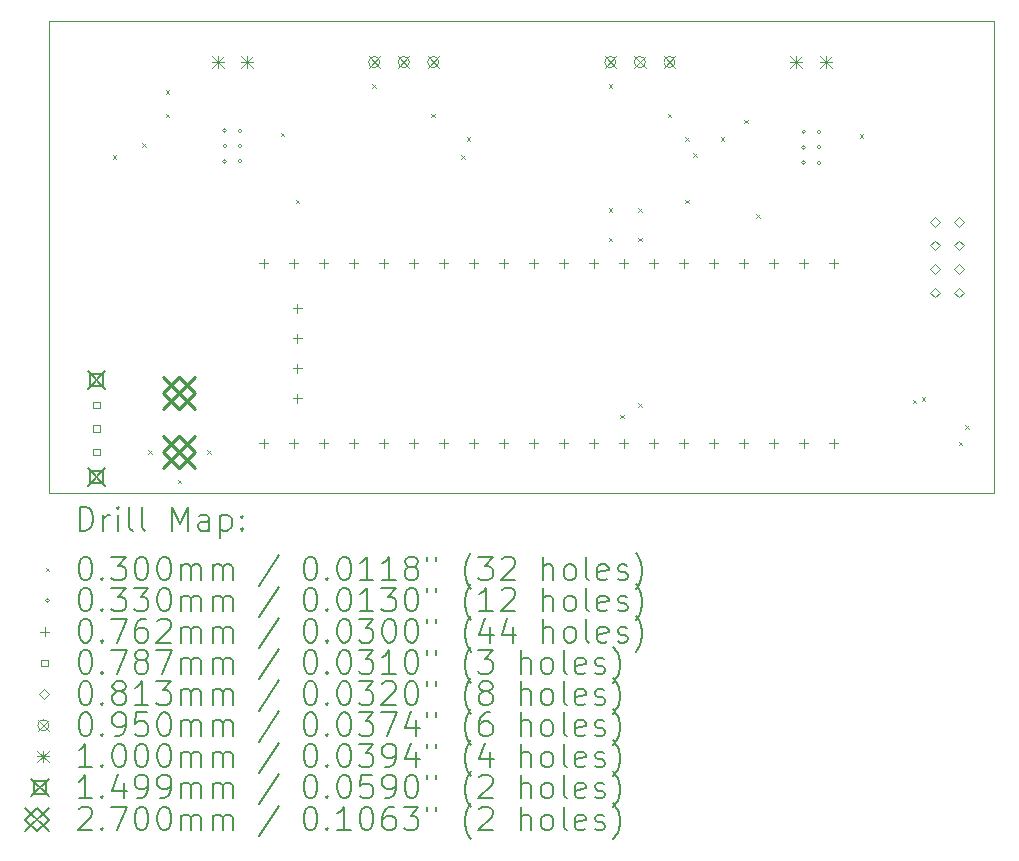
<source format=gbr>
%TF.GenerationSoftware,KiCad,Pcbnew,9.0.2+dfsg-1*%
%TF.CreationDate,2025-08-18T11:52:41-04:00*%
%TF.ProjectId,Basic_Controller,42617369-635f-4436-9f6e-74726f6c6c65,rev?*%
%TF.SameCoordinates,Original*%
%TF.FileFunction,Drillmap*%
%TF.FilePolarity,Positive*%
%FSLAX45Y45*%
G04 Gerber Fmt 4.5, Leading zero omitted, Abs format (unit mm)*
G04 Created by KiCad (PCBNEW 9.0.2+dfsg-1) date 2025-08-18 11:52:41*
%MOMM*%
%LPD*%
G01*
G04 APERTURE LIST*
%ADD10C,0.050000*%
%ADD11C,0.200000*%
%ADD12C,0.100000*%
%ADD13C,0.149860*%
%ADD14C,0.270000*%
G04 APERTURE END LIST*
D10*
X12050000Y-12150000D02*
X20050000Y-12150000D01*
X20050000Y-12150000D02*
X20050000Y-8150000D01*
X12050000Y-8150000D02*
X12050000Y-12150000D01*
X20050000Y-8150000D02*
X12050000Y-8150000D01*
D11*
D12*
X12585000Y-9285000D02*
X12615000Y-9315000D01*
X12615000Y-9285000D02*
X12585000Y-9315000D01*
X12835000Y-9185000D02*
X12865000Y-9215000D01*
X12865000Y-9185000D02*
X12835000Y-9215000D01*
X12885000Y-11785000D02*
X12915000Y-11815000D01*
X12915000Y-11785000D02*
X12885000Y-11815000D01*
X13035000Y-8735000D02*
X13065000Y-8765000D01*
X13065000Y-8735000D02*
X13035000Y-8765000D01*
X13035000Y-8935000D02*
X13065000Y-8965000D01*
X13065000Y-8935000D02*
X13035000Y-8965000D01*
X13135000Y-12035000D02*
X13165000Y-12065000D01*
X13165000Y-12035000D02*
X13135000Y-12065000D01*
X13385000Y-11785000D02*
X13415000Y-11815000D01*
X13415000Y-11785000D02*
X13385000Y-11815000D01*
X14008540Y-9097371D02*
X14038540Y-9127371D01*
X14038540Y-9097371D02*
X14008540Y-9127371D01*
X14135000Y-9662421D02*
X14165000Y-9692421D01*
X14165000Y-9662421D02*
X14135000Y-9692421D01*
X14785000Y-8685000D02*
X14815000Y-8715000D01*
X14815000Y-8685000D02*
X14785000Y-8715000D01*
X15285000Y-8935000D02*
X15315000Y-8965000D01*
X15315000Y-8935000D02*
X15285000Y-8965000D01*
X15535000Y-9285000D02*
X15565000Y-9315000D01*
X15565000Y-9285000D02*
X15535000Y-9315000D01*
X15585000Y-9135000D02*
X15615000Y-9165000D01*
X15615000Y-9135000D02*
X15585000Y-9165000D01*
X16785000Y-8685000D02*
X16815000Y-8715000D01*
X16815000Y-8685000D02*
X16785000Y-8715000D01*
X16785000Y-9735000D02*
X16815000Y-9765000D01*
X16815000Y-9735000D02*
X16785000Y-9765000D01*
X16785000Y-9985000D02*
X16815000Y-10015000D01*
X16815000Y-9985000D02*
X16785000Y-10015000D01*
X16885000Y-11485000D02*
X16915000Y-11515000D01*
X16915000Y-11485000D02*
X16885000Y-11515000D01*
X17035000Y-9735000D02*
X17065000Y-9765000D01*
X17065000Y-9735000D02*
X17035000Y-9765000D01*
X17035000Y-9985000D02*
X17065000Y-10015000D01*
X17065000Y-9985000D02*
X17035000Y-10015000D01*
X17035000Y-11385000D02*
X17065000Y-11415000D01*
X17065000Y-11385000D02*
X17035000Y-11415000D01*
X17285000Y-8935000D02*
X17315000Y-8965000D01*
X17315000Y-8935000D02*
X17285000Y-8965000D01*
X17435000Y-9135000D02*
X17465000Y-9165000D01*
X17465000Y-9135000D02*
X17435000Y-9165000D01*
X17435000Y-9662421D02*
X17465000Y-9692421D01*
X17465000Y-9662421D02*
X17435000Y-9692421D01*
X17502542Y-9267459D02*
X17532542Y-9297459D01*
X17532542Y-9267459D02*
X17502542Y-9297459D01*
X17735000Y-9135000D02*
X17765000Y-9165000D01*
X17765000Y-9135000D02*
X17735000Y-9165000D01*
X17935000Y-8985000D02*
X17965000Y-9015000D01*
X17965000Y-8985000D02*
X17935000Y-9015000D01*
X18035000Y-9785000D02*
X18065000Y-9815000D01*
X18065000Y-9785000D02*
X18035000Y-9815000D01*
X18910521Y-9108559D02*
X18940521Y-9138559D01*
X18940521Y-9108559D02*
X18910521Y-9138559D01*
X19358277Y-11357664D02*
X19388277Y-11387664D01*
X19388277Y-11357664D02*
X19358277Y-11387664D01*
X19435000Y-11335000D02*
X19465000Y-11365000D01*
X19465000Y-11335000D02*
X19435000Y-11365000D01*
X19748730Y-11710000D02*
X19778730Y-11740000D01*
X19778730Y-11710000D02*
X19748730Y-11740000D01*
X19804574Y-11571801D02*
X19834574Y-11601801D01*
X19834574Y-11571801D02*
X19804574Y-11601801D01*
X13550287Y-9077771D02*
G75*
G02*
X13517287Y-9077771I-16500J0D01*
G01*
X13517287Y-9077771D02*
G75*
G02*
X13550287Y-9077771I16500J0D01*
G01*
X13550287Y-9207771D02*
G75*
G02*
X13517287Y-9207771I-16500J0D01*
G01*
X13517287Y-9207771D02*
G75*
G02*
X13550287Y-9207771I16500J0D01*
G01*
X13550287Y-9337771D02*
G75*
G02*
X13517287Y-9337771I-16500J0D01*
G01*
X13517287Y-9337771D02*
G75*
G02*
X13550287Y-9337771I16500J0D01*
G01*
X13680287Y-9077771D02*
G75*
G02*
X13647287Y-9077771I-16500J0D01*
G01*
X13647287Y-9077771D02*
G75*
G02*
X13680287Y-9077771I16500J0D01*
G01*
X13680287Y-9207771D02*
G75*
G02*
X13647287Y-9207771I-16500J0D01*
G01*
X13647287Y-9207771D02*
G75*
G02*
X13680287Y-9207771I16500J0D01*
G01*
X13680287Y-9337771D02*
G75*
G02*
X13647287Y-9337771I-16500J0D01*
G01*
X13647287Y-9337771D02*
G75*
G02*
X13680287Y-9337771I16500J0D01*
G01*
X18452268Y-9088959D02*
G75*
G02*
X18419268Y-9088959I-16500J0D01*
G01*
X18419268Y-9088959D02*
G75*
G02*
X18452268Y-9088959I16500J0D01*
G01*
X18452268Y-9218959D02*
G75*
G02*
X18419268Y-9218959I-16500J0D01*
G01*
X18419268Y-9218959D02*
G75*
G02*
X18452268Y-9218959I16500J0D01*
G01*
X18452268Y-9348959D02*
G75*
G02*
X18419268Y-9348959I-16500J0D01*
G01*
X18419268Y-9348959D02*
G75*
G02*
X18452268Y-9348959I16500J0D01*
G01*
X18582268Y-9088959D02*
G75*
G02*
X18549268Y-9088959I-16500J0D01*
G01*
X18549268Y-9088959D02*
G75*
G02*
X18582268Y-9088959I16500J0D01*
G01*
X18582268Y-9218959D02*
G75*
G02*
X18549268Y-9218959I-16500J0D01*
G01*
X18549268Y-9218959D02*
G75*
G02*
X18582268Y-9218959I16500J0D01*
G01*
X18582268Y-9348959D02*
G75*
G02*
X18549268Y-9348959I-16500J0D01*
G01*
X18549268Y-9348959D02*
G75*
G02*
X18582268Y-9348959I16500J0D01*
G01*
X13866000Y-10161900D02*
X13866000Y-10238100D01*
X13827900Y-10200000D02*
X13904100Y-10200000D01*
X13866000Y-11685900D02*
X13866000Y-11762100D01*
X13827900Y-11724000D02*
X13904100Y-11724000D01*
X14120000Y-10161900D02*
X14120000Y-10238100D01*
X14081900Y-10200000D02*
X14158100Y-10200000D01*
X14120000Y-11685900D02*
X14120000Y-11762100D01*
X14081900Y-11724000D02*
X14158100Y-11724000D01*
X14150000Y-10542900D02*
X14150000Y-10619100D01*
X14111900Y-10581000D02*
X14188100Y-10581000D01*
X14150000Y-10796900D02*
X14150000Y-10873100D01*
X14111900Y-10835000D02*
X14188100Y-10835000D01*
X14150000Y-11050900D02*
X14150000Y-11127100D01*
X14111900Y-11089000D02*
X14188100Y-11089000D01*
X14150000Y-11304900D02*
X14150000Y-11381100D01*
X14111900Y-11343000D02*
X14188100Y-11343000D01*
X14374000Y-10161900D02*
X14374000Y-10238100D01*
X14335900Y-10200000D02*
X14412100Y-10200000D01*
X14374000Y-11685900D02*
X14374000Y-11762100D01*
X14335900Y-11724000D02*
X14412100Y-11724000D01*
X14628000Y-10161900D02*
X14628000Y-10238100D01*
X14589900Y-10200000D02*
X14666100Y-10200000D01*
X14628000Y-11685900D02*
X14628000Y-11762100D01*
X14589900Y-11724000D02*
X14666100Y-11724000D01*
X14882000Y-10161900D02*
X14882000Y-10238100D01*
X14843900Y-10200000D02*
X14920100Y-10200000D01*
X14882000Y-11685900D02*
X14882000Y-11762100D01*
X14843900Y-11724000D02*
X14920100Y-11724000D01*
X15136000Y-10161900D02*
X15136000Y-10238100D01*
X15097900Y-10200000D02*
X15174100Y-10200000D01*
X15136000Y-11685900D02*
X15136000Y-11762100D01*
X15097900Y-11724000D02*
X15174100Y-11724000D01*
X15390000Y-10161900D02*
X15390000Y-10238100D01*
X15351900Y-10200000D02*
X15428100Y-10200000D01*
X15390000Y-11685900D02*
X15390000Y-11762100D01*
X15351900Y-11724000D02*
X15428100Y-11724000D01*
X15644000Y-10161900D02*
X15644000Y-10238100D01*
X15605900Y-10200000D02*
X15682100Y-10200000D01*
X15644000Y-11685900D02*
X15644000Y-11762100D01*
X15605900Y-11724000D02*
X15682100Y-11724000D01*
X15898000Y-10161900D02*
X15898000Y-10238100D01*
X15859900Y-10200000D02*
X15936100Y-10200000D01*
X15898000Y-11685900D02*
X15898000Y-11762100D01*
X15859900Y-11724000D02*
X15936100Y-11724000D01*
X16152000Y-10161900D02*
X16152000Y-10238100D01*
X16113900Y-10200000D02*
X16190100Y-10200000D01*
X16152000Y-11685900D02*
X16152000Y-11762100D01*
X16113900Y-11724000D02*
X16190100Y-11724000D01*
X16406000Y-10161900D02*
X16406000Y-10238100D01*
X16367900Y-10200000D02*
X16444100Y-10200000D01*
X16406000Y-11685900D02*
X16406000Y-11762100D01*
X16367900Y-11724000D02*
X16444100Y-11724000D01*
X16660000Y-10161900D02*
X16660000Y-10238100D01*
X16621900Y-10200000D02*
X16698100Y-10200000D01*
X16660000Y-11685900D02*
X16660000Y-11762100D01*
X16621900Y-11724000D02*
X16698100Y-11724000D01*
X16914000Y-10161900D02*
X16914000Y-10238100D01*
X16875900Y-10200000D02*
X16952100Y-10200000D01*
X16914000Y-11685900D02*
X16914000Y-11762100D01*
X16875900Y-11724000D02*
X16952100Y-11724000D01*
X17168000Y-10161900D02*
X17168000Y-10238100D01*
X17129900Y-10200000D02*
X17206100Y-10200000D01*
X17168000Y-11685900D02*
X17168000Y-11762100D01*
X17129900Y-11724000D02*
X17206100Y-11724000D01*
X17422000Y-10161900D02*
X17422000Y-10238100D01*
X17383900Y-10200000D02*
X17460100Y-10200000D01*
X17422000Y-11685900D02*
X17422000Y-11762100D01*
X17383900Y-11724000D02*
X17460100Y-11724000D01*
X17676000Y-10161900D02*
X17676000Y-10238100D01*
X17637900Y-10200000D02*
X17714100Y-10200000D01*
X17676000Y-11685900D02*
X17676000Y-11762100D01*
X17637900Y-11724000D02*
X17714100Y-11724000D01*
X17930000Y-10161900D02*
X17930000Y-10238100D01*
X17891900Y-10200000D02*
X17968100Y-10200000D01*
X17930000Y-11685900D02*
X17930000Y-11762100D01*
X17891900Y-11724000D02*
X17968100Y-11724000D01*
X18184000Y-10161900D02*
X18184000Y-10238100D01*
X18145900Y-10200000D02*
X18222100Y-10200000D01*
X18184000Y-11685900D02*
X18184000Y-11762100D01*
X18145900Y-11724000D02*
X18222100Y-11724000D01*
X18438000Y-10161900D02*
X18438000Y-10238100D01*
X18399900Y-10200000D02*
X18476100Y-10200000D01*
X18438000Y-11685900D02*
X18438000Y-11762100D01*
X18399900Y-11724000D02*
X18476100Y-11724000D01*
X18692000Y-10161900D02*
X18692000Y-10238100D01*
X18653900Y-10200000D02*
X18730100Y-10200000D01*
X18692000Y-11685900D02*
X18692000Y-11762100D01*
X18653900Y-11724000D02*
X18730100Y-11724000D01*
X12477839Y-11427839D02*
X12477839Y-11372161D01*
X12422161Y-11372161D01*
X12422161Y-11427839D01*
X12477839Y-11427839D01*
X12477839Y-11627839D02*
X12477839Y-11572161D01*
X12422161Y-11572161D01*
X12422161Y-11627839D01*
X12477839Y-11627839D01*
X12477839Y-11827839D02*
X12477839Y-11772161D01*
X12422161Y-11772161D01*
X12422161Y-11827839D01*
X12477839Y-11827839D01*
X19550000Y-9890640D02*
X19590640Y-9850000D01*
X19550000Y-9809360D01*
X19509360Y-9850000D01*
X19550000Y-9890640D01*
X19550000Y-10090640D02*
X19590640Y-10050000D01*
X19550000Y-10009360D01*
X19509360Y-10050000D01*
X19550000Y-10090640D01*
X19550000Y-10290640D02*
X19590640Y-10250000D01*
X19550000Y-10209360D01*
X19509360Y-10250000D01*
X19550000Y-10290640D01*
X19550000Y-10490640D02*
X19590640Y-10450000D01*
X19550000Y-10409360D01*
X19509360Y-10450000D01*
X19550000Y-10490640D01*
X19750000Y-9890640D02*
X19790640Y-9850000D01*
X19750000Y-9809360D01*
X19709360Y-9850000D01*
X19750000Y-9890640D01*
X19750000Y-10090640D02*
X19790640Y-10050000D01*
X19750000Y-10009360D01*
X19709360Y-10050000D01*
X19750000Y-10090640D01*
X19750000Y-10290640D02*
X19790640Y-10250000D01*
X19750000Y-10209360D01*
X19709360Y-10250000D01*
X19750000Y-10290640D01*
X19750000Y-10490640D02*
X19790640Y-10450000D01*
X19750000Y-10409360D01*
X19709360Y-10450000D01*
X19750000Y-10490640D01*
X14752500Y-8450000D02*
X14847500Y-8545000D01*
X14847500Y-8450000D02*
X14752500Y-8545000D01*
X14847500Y-8497500D02*
G75*
G02*
X14752500Y-8497500I-47500J0D01*
G01*
X14752500Y-8497500D02*
G75*
G02*
X14847500Y-8497500I47500J0D01*
G01*
X15002500Y-8450000D02*
X15097500Y-8545000D01*
X15097500Y-8450000D02*
X15002500Y-8545000D01*
X15097500Y-8497500D02*
G75*
G02*
X15002500Y-8497500I-47500J0D01*
G01*
X15002500Y-8497500D02*
G75*
G02*
X15097500Y-8497500I47500J0D01*
G01*
X15252500Y-8450000D02*
X15347500Y-8545000D01*
X15347500Y-8450000D02*
X15252500Y-8545000D01*
X15347500Y-8497500D02*
G75*
G02*
X15252500Y-8497500I-47500J0D01*
G01*
X15252500Y-8497500D02*
G75*
G02*
X15347500Y-8497500I47500J0D01*
G01*
X16752500Y-8450000D02*
X16847500Y-8545000D01*
X16847500Y-8450000D02*
X16752500Y-8545000D01*
X16847500Y-8497500D02*
G75*
G02*
X16752500Y-8497500I-47500J0D01*
G01*
X16752500Y-8497500D02*
G75*
G02*
X16847500Y-8497500I47500J0D01*
G01*
X17002500Y-8450000D02*
X17097500Y-8545000D01*
X17097500Y-8450000D02*
X17002500Y-8545000D01*
X17097500Y-8497500D02*
G75*
G02*
X17002500Y-8497500I-47500J0D01*
G01*
X17002500Y-8497500D02*
G75*
G02*
X17097500Y-8497500I47500J0D01*
G01*
X17252500Y-8450000D02*
X17347500Y-8545000D01*
X17347500Y-8450000D02*
X17252500Y-8545000D01*
X17347500Y-8497500D02*
G75*
G02*
X17252500Y-8497500I-47500J0D01*
G01*
X17252500Y-8497500D02*
G75*
G02*
X17347500Y-8497500I47500J0D01*
G01*
X13425000Y-8450000D02*
X13525000Y-8550000D01*
X13525000Y-8450000D02*
X13425000Y-8550000D01*
X13475000Y-8450000D02*
X13475000Y-8550000D01*
X13425000Y-8500000D02*
X13525000Y-8500000D01*
X13675000Y-8450000D02*
X13775000Y-8550000D01*
X13775000Y-8450000D02*
X13675000Y-8550000D01*
X13725000Y-8450000D02*
X13725000Y-8550000D01*
X13675000Y-8500000D02*
X13775000Y-8500000D01*
X18322911Y-8450000D02*
X18422911Y-8550000D01*
X18422911Y-8450000D02*
X18322911Y-8550000D01*
X18372911Y-8450000D02*
X18372911Y-8550000D01*
X18322911Y-8500000D02*
X18422911Y-8500000D01*
X18572911Y-8450000D02*
X18672911Y-8550000D01*
X18672911Y-8450000D02*
X18572911Y-8550000D01*
X18622911Y-8450000D02*
X18622911Y-8550000D01*
X18572911Y-8500000D02*
X18672911Y-8500000D01*
D13*
X12375070Y-11115070D02*
X12524930Y-11264930D01*
X12524930Y-11115070D02*
X12375070Y-11264930D01*
X12502984Y-11242984D02*
X12502984Y-11137016D01*
X12397016Y-11137016D01*
X12397016Y-11242984D01*
X12502984Y-11242984D01*
X12375070Y-11935070D02*
X12524930Y-12084930D01*
X12524930Y-11935070D02*
X12375070Y-12084930D01*
X12502984Y-12062984D02*
X12502984Y-11957016D01*
X12397016Y-11957016D01*
X12397016Y-12062984D01*
X12502984Y-12062984D01*
D14*
X13015000Y-11165000D02*
X13285000Y-11435000D01*
X13285000Y-11165000D02*
X13015000Y-11435000D01*
X13150000Y-11435000D02*
X13285000Y-11300000D01*
X13150000Y-11165000D01*
X13015000Y-11300000D01*
X13150000Y-11435000D01*
X13015000Y-11665000D02*
X13285000Y-11935000D01*
X13285000Y-11665000D02*
X13015000Y-11935000D01*
X13150000Y-11935000D02*
X13285000Y-11800000D01*
X13150000Y-11665000D01*
X13015000Y-11800000D01*
X13150000Y-11935000D01*
D11*
X12308277Y-12463984D02*
X12308277Y-12263984D01*
X12308277Y-12263984D02*
X12355896Y-12263984D01*
X12355896Y-12263984D02*
X12384467Y-12273508D01*
X12384467Y-12273508D02*
X12403515Y-12292555D01*
X12403515Y-12292555D02*
X12413039Y-12311603D01*
X12413039Y-12311603D02*
X12422562Y-12349698D01*
X12422562Y-12349698D02*
X12422562Y-12378269D01*
X12422562Y-12378269D02*
X12413039Y-12416365D01*
X12413039Y-12416365D02*
X12403515Y-12435412D01*
X12403515Y-12435412D02*
X12384467Y-12454460D01*
X12384467Y-12454460D02*
X12355896Y-12463984D01*
X12355896Y-12463984D02*
X12308277Y-12463984D01*
X12508277Y-12463984D02*
X12508277Y-12330650D01*
X12508277Y-12368746D02*
X12517801Y-12349698D01*
X12517801Y-12349698D02*
X12527324Y-12340174D01*
X12527324Y-12340174D02*
X12546372Y-12330650D01*
X12546372Y-12330650D02*
X12565420Y-12330650D01*
X12632086Y-12463984D02*
X12632086Y-12330650D01*
X12632086Y-12263984D02*
X12622562Y-12273508D01*
X12622562Y-12273508D02*
X12632086Y-12283031D01*
X12632086Y-12283031D02*
X12641610Y-12273508D01*
X12641610Y-12273508D02*
X12632086Y-12263984D01*
X12632086Y-12263984D02*
X12632086Y-12283031D01*
X12755896Y-12463984D02*
X12736848Y-12454460D01*
X12736848Y-12454460D02*
X12727324Y-12435412D01*
X12727324Y-12435412D02*
X12727324Y-12263984D01*
X12860658Y-12463984D02*
X12841610Y-12454460D01*
X12841610Y-12454460D02*
X12832086Y-12435412D01*
X12832086Y-12435412D02*
X12832086Y-12263984D01*
X13089229Y-12463984D02*
X13089229Y-12263984D01*
X13089229Y-12263984D02*
X13155896Y-12406841D01*
X13155896Y-12406841D02*
X13222562Y-12263984D01*
X13222562Y-12263984D02*
X13222562Y-12463984D01*
X13403515Y-12463984D02*
X13403515Y-12359222D01*
X13403515Y-12359222D02*
X13393991Y-12340174D01*
X13393991Y-12340174D02*
X13374943Y-12330650D01*
X13374943Y-12330650D02*
X13336848Y-12330650D01*
X13336848Y-12330650D02*
X13317801Y-12340174D01*
X13403515Y-12454460D02*
X13384467Y-12463984D01*
X13384467Y-12463984D02*
X13336848Y-12463984D01*
X13336848Y-12463984D02*
X13317801Y-12454460D01*
X13317801Y-12454460D02*
X13308277Y-12435412D01*
X13308277Y-12435412D02*
X13308277Y-12416365D01*
X13308277Y-12416365D02*
X13317801Y-12397317D01*
X13317801Y-12397317D02*
X13336848Y-12387793D01*
X13336848Y-12387793D02*
X13384467Y-12387793D01*
X13384467Y-12387793D02*
X13403515Y-12378269D01*
X13498753Y-12330650D02*
X13498753Y-12530650D01*
X13498753Y-12340174D02*
X13517801Y-12330650D01*
X13517801Y-12330650D02*
X13555896Y-12330650D01*
X13555896Y-12330650D02*
X13574943Y-12340174D01*
X13574943Y-12340174D02*
X13584467Y-12349698D01*
X13584467Y-12349698D02*
X13593991Y-12368746D01*
X13593991Y-12368746D02*
X13593991Y-12425888D01*
X13593991Y-12425888D02*
X13584467Y-12444936D01*
X13584467Y-12444936D02*
X13574943Y-12454460D01*
X13574943Y-12454460D02*
X13555896Y-12463984D01*
X13555896Y-12463984D02*
X13517801Y-12463984D01*
X13517801Y-12463984D02*
X13498753Y-12454460D01*
X13679705Y-12444936D02*
X13689229Y-12454460D01*
X13689229Y-12454460D02*
X13679705Y-12463984D01*
X13679705Y-12463984D02*
X13670182Y-12454460D01*
X13670182Y-12454460D02*
X13679705Y-12444936D01*
X13679705Y-12444936D02*
X13679705Y-12463984D01*
X13679705Y-12340174D02*
X13689229Y-12349698D01*
X13689229Y-12349698D02*
X13679705Y-12359222D01*
X13679705Y-12359222D02*
X13670182Y-12349698D01*
X13670182Y-12349698D02*
X13679705Y-12340174D01*
X13679705Y-12340174D02*
X13679705Y-12359222D01*
D12*
X12017500Y-12777500D02*
X12047500Y-12807500D01*
X12047500Y-12777500D02*
X12017500Y-12807500D01*
D11*
X12346372Y-12683984D02*
X12365420Y-12683984D01*
X12365420Y-12683984D02*
X12384467Y-12693508D01*
X12384467Y-12693508D02*
X12393991Y-12703031D01*
X12393991Y-12703031D02*
X12403515Y-12722079D01*
X12403515Y-12722079D02*
X12413039Y-12760174D01*
X12413039Y-12760174D02*
X12413039Y-12807793D01*
X12413039Y-12807793D02*
X12403515Y-12845888D01*
X12403515Y-12845888D02*
X12393991Y-12864936D01*
X12393991Y-12864936D02*
X12384467Y-12874460D01*
X12384467Y-12874460D02*
X12365420Y-12883984D01*
X12365420Y-12883984D02*
X12346372Y-12883984D01*
X12346372Y-12883984D02*
X12327324Y-12874460D01*
X12327324Y-12874460D02*
X12317801Y-12864936D01*
X12317801Y-12864936D02*
X12308277Y-12845888D01*
X12308277Y-12845888D02*
X12298753Y-12807793D01*
X12298753Y-12807793D02*
X12298753Y-12760174D01*
X12298753Y-12760174D02*
X12308277Y-12722079D01*
X12308277Y-12722079D02*
X12317801Y-12703031D01*
X12317801Y-12703031D02*
X12327324Y-12693508D01*
X12327324Y-12693508D02*
X12346372Y-12683984D01*
X12498753Y-12864936D02*
X12508277Y-12874460D01*
X12508277Y-12874460D02*
X12498753Y-12883984D01*
X12498753Y-12883984D02*
X12489229Y-12874460D01*
X12489229Y-12874460D02*
X12498753Y-12864936D01*
X12498753Y-12864936D02*
X12498753Y-12883984D01*
X12574943Y-12683984D02*
X12698753Y-12683984D01*
X12698753Y-12683984D02*
X12632086Y-12760174D01*
X12632086Y-12760174D02*
X12660658Y-12760174D01*
X12660658Y-12760174D02*
X12679705Y-12769698D01*
X12679705Y-12769698D02*
X12689229Y-12779222D01*
X12689229Y-12779222D02*
X12698753Y-12798269D01*
X12698753Y-12798269D02*
X12698753Y-12845888D01*
X12698753Y-12845888D02*
X12689229Y-12864936D01*
X12689229Y-12864936D02*
X12679705Y-12874460D01*
X12679705Y-12874460D02*
X12660658Y-12883984D01*
X12660658Y-12883984D02*
X12603515Y-12883984D01*
X12603515Y-12883984D02*
X12584467Y-12874460D01*
X12584467Y-12874460D02*
X12574943Y-12864936D01*
X12822562Y-12683984D02*
X12841610Y-12683984D01*
X12841610Y-12683984D02*
X12860658Y-12693508D01*
X12860658Y-12693508D02*
X12870182Y-12703031D01*
X12870182Y-12703031D02*
X12879705Y-12722079D01*
X12879705Y-12722079D02*
X12889229Y-12760174D01*
X12889229Y-12760174D02*
X12889229Y-12807793D01*
X12889229Y-12807793D02*
X12879705Y-12845888D01*
X12879705Y-12845888D02*
X12870182Y-12864936D01*
X12870182Y-12864936D02*
X12860658Y-12874460D01*
X12860658Y-12874460D02*
X12841610Y-12883984D01*
X12841610Y-12883984D02*
X12822562Y-12883984D01*
X12822562Y-12883984D02*
X12803515Y-12874460D01*
X12803515Y-12874460D02*
X12793991Y-12864936D01*
X12793991Y-12864936D02*
X12784467Y-12845888D01*
X12784467Y-12845888D02*
X12774943Y-12807793D01*
X12774943Y-12807793D02*
X12774943Y-12760174D01*
X12774943Y-12760174D02*
X12784467Y-12722079D01*
X12784467Y-12722079D02*
X12793991Y-12703031D01*
X12793991Y-12703031D02*
X12803515Y-12693508D01*
X12803515Y-12693508D02*
X12822562Y-12683984D01*
X13013039Y-12683984D02*
X13032086Y-12683984D01*
X13032086Y-12683984D02*
X13051134Y-12693508D01*
X13051134Y-12693508D02*
X13060658Y-12703031D01*
X13060658Y-12703031D02*
X13070182Y-12722079D01*
X13070182Y-12722079D02*
X13079705Y-12760174D01*
X13079705Y-12760174D02*
X13079705Y-12807793D01*
X13079705Y-12807793D02*
X13070182Y-12845888D01*
X13070182Y-12845888D02*
X13060658Y-12864936D01*
X13060658Y-12864936D02*
X13051134Y-12874460D01*
X13051134Y-12874460D02*
X13032086Y-12883984D01*
X13032086Y-12883984D02*
X13013039Y-12883984D01*
X13013039Y-12883984D02*
X12993991Y-12874460D01*
X12993991Y-12874460D02*
X12984467Y-12864936D01*
X12984467Y-12864936D02*
X12974943Y-12845888D01*
X12974943Y-12845888D02*
X12965420Y-12807793D01*
X12965420Y-12807793D02*
X12965420Y-12760174D01*
X12965420Y-12760174D02*
X12974943Y-12722079D01*
X12974943Y-12722079D02*
X12984467Y-12703031D01*
X12984467Y-12703031D02*
X12993991Y-12693508D01*
X12993991Y-12693508D02*
X13013039Y-12683984D01*
X13165420Y-12883984D02*
X13165420Y-12750650D01*
X13165420Y-12769698D02*
X13174943Y-12760174D01*
X13174943Y-12760174D02*
X13193991Y-12750650D01*
X13193991Y-12750650D02*
X13222563Y-12750650D01*
X13222563Y-12750650D02*
X13241610Y-12760174D01*
X13241610Y-12760174D02*
X13251134Y-12779222D01*
X13251134Y-12779222D02*
X13251134Y-12883984D01*
X13251134Y-12779222D02*
X13260658Y-12760174D01*
X13260658Y-12760174D02*
X13279705Y-12750650D01*
X13279705Y-12750650D02*
X13308277Y-12750650D01*
X13308277Y-12750650D02*
X13327324Y-12760174D01*
X13327324Y-12760174D02*
X13336848Y-12779222D01*
X13336848Y-12779222D02*
X13336848Y-12883984D01*
X13432086Y-12883984D02*
X13432086Y-12750650D01*
X13432086Y-12769698D02*
X13441610Y-12760174D01*
X13441610Y-12760174D02*
X13460658Y-12750650D01*
X13460658Y-12750650D02*
X13489229Y-12750650D01*
X13489229Y-12750650D02*
X13508277Y-12760174D01*
X13508277Y-12760174D02*
X13517801Y-12779222D01*
X13517801Y-12779222D02*
X13517801Y-12883984D01*
X13517801Y-12779222D02*
X13527324Y-12760174D01*
X13527324Y-12760174D02*
X13546372Y-12750650D01*
X13546372Y-12750650D02*
X13574943Y-12750650D01*
X13574943Y-12750650D02*
X13593991Y-12760174D01*
X13593991Y-12760174D02*
X13603515Y-12779222D01*
X13603515Y-12779222D02*
X13603515Y-12883984D01*
X13993991Y-12674460D02*
X13822563Y-12931603D01*
X14251134Y-12683984D02*
X14270182Y-12683984D01*
X14270182Y-12683984D02*
X14289229Y-12693508D01*
X14289229Y-12693508D02*
X14298753Y-12703031D01*
X14298753Y-12703031D02*
X14308277Y-12722079D01*
X14308277Y-12722079D02*
X14317801Y-12760174D01*
X14317801Y-12760174D02*
X14317801Y-12807793D01*
X14317801Y-12807793D02*
X14308277Y-12845888D01*
X14308277Y-12845888D02*
X14298753Y-12864936D01*
X14298753Y-12864936D02*
X14289229Y-12874460D01*
X14289229Y-12874460D02*
X14270182Y-12883984D01*
X14270182Y-12883984D02*
X14251134Y-12883984D01*
X14251134Y-12883984D02*
X14232086Y-12874460D01*
X14232086Y-12874460D02*
X14222563Y-12864936D01*
X14222563Y-12864936D02*
X14213039Y-12845888D01*
X14213039Y-12845888D02*
X14203515Y-12807793D01*
X14203515Y-12807793D02*
X14203515Y-12760174D01*
X14203515Y-12760174D02*
X14213039Y-12722079D01*
X14213039Y-12722079D02*
X14222563Y-12703031D01*
X14222563Y-12703031D02*
X14232086Y-12693508D01*
X14232086Y-12693508D02*
X14251134Y-12683984D01*
X14403515Y-12864936D02*
X14413039Y-12874460D01*
X14413039Y-12874460D02*
X14403515Y-12883984D01*
X14403515Y-12883984D02*
X14393991Y-12874460D01*
X14393991Y-12874460D02*
X14403515Y-12864936D01*
X14403515Y-12864936D02*
X14403515Y-12883984D01*
X14536848Y-12683984D02*
X14555896Y-12683984D01*
X14555896Y-12683984D02*
X14574944Y-12693508D01*
X14574944Y-12693508D02*
X14584467Y-12703031D01*
X14584467Y-12703031D02*
X14593991Y-12722079D01*
X14593991Y-12722079D02*
X14603515Y-12760174D01*
X14603515Y-12760174D02*
X14603515Y-12807793D01*
X14603515Y-12807793D02*
X14593991Y-12845888D01*
X14593991Y-12845888D02*
X14584467Y-12864936D01*
X14584467Y-12864936D02*
X14574944Y-12874460D01*
X14574944Y-12874460D02*
X14555896Y-12883984D01*
X14555896Y-12883984D02*
X14536848Y-12883984D01*
X14536848Y-12883984D02*
X14517801Y-12874460D01*
X14517801Y-12874460D02*
X14508277Y-12864936D01*
X14508277Y-12864936D02*
X14498753Y-12845888D01*
X14498753Y-12845888D02*
X14489229Y-12807793D01*
X14489229Y-12807793D02*
X14489229Y-12760174D01*
X14489229Y-12760174D02*
X14498753Y-12722079D01*
X14498753Y-12722079D02*
X14508277Y-12703031D01*
X14508277Y-12703031D02*
X14517801Y-12693508D01*
X14517801Y-12693508D02*
X14536848Y-12683984D01*
X14793991Y-12883984D02*
X14679706Y-12883984D01*
X14736848Y-12883984D02*
X14736848Y-12683984D01*
X14736848Y-12683984D02*
X14717801Y-12712555D01*
X14717801Y-12712555D02*
X14698753Y-12731603D01*
X14698753Y-12731603D02*
X14679706Y-12741127D01*
X14984467Y-12883984D02*
X14870182Y-12883984D01*
X14927325Y-12883984D02*
X14927325Y-12683984D01*
X14927325Y-12683984D02*
X14908277Y-12712555D01*
X14908277Y-12712555D02*
X14889229Y-12731603D01*
X14889229Y-12731603D02*
X14870182Y-12741127D01*
X15098753Y-12769698D02*
X15079706Y-12760174D01*
X15079706Y-12760174D02*
X15070182Y-12750650D01*
X15070182Y-12750650D02*
X15060658Y-12731603D01*
X15060658Y-12731603D02*
X15060658Y-12722079D01*
X15060658Y-12722079D02*
X15070182Y-12703031D01*
X15070182Y-12703031D02*
X15079706Y-12693508D01*
X15079706Y-12693508D02*
X15098753Y-12683984D01*
X15098753Y-12683984D02*
X15136848Y-12683984D01*
X15136848Y-12683984D02*
X15155896Y-12693508D01*
X15155896Y-12693508D02*
X15165420Y-12703031D01*
X15165420Y-12703031D02*
X15174944Y-12722079D01*
X15174944Y-12722079D02*
X15174944Y-12731603D01*
X15174944Y-12731603D02*
X15165420Y-12750650D01*
X15165420Y-12750650D02*
X15155896Y-12760174D01*
X15155896Y-12760174D02*
X15136848Y-12769698D01*
X15136848Y-12769698D02*
X15098753Y-12769698D01*
X15098753Y-12769698D02*
X15079706Y-12779222D01*
X15079706Y-12779222D02*
X15070182Y-12788746D01*
X15070182Y-12788746D02*
X15060658Y-12807793D01*
X15060658Y-12807793D02*
X15060658Y-12845888D01*
X15060658Y-12845888D02*
X15070182Y-12864936D01*
X15070182Y-12864936D02*
X15079706Y-12874460D01*
X15079706Y-12874460D02*
X15098753Y-12883984D01*
X15098753Y-12883984D02*
X15136848Y-12883984D01*
X15136848Y-12883984D02*
X15155896Y-12874460D01*
X15155896Y-12874460D02*
X15165420Y-12864936D01*
X15165420Y-12864936D02*
X15174944Y-12845888D01*
X15174944Y-12845888D02*
X15174944Y-12807793D01*
X15174944Y-12807793D02*
X15165420Y-12788746D01*
X15165420Y-12788746D02*
X15155896Y-12779222D01*
X15155896Y-12779222D02*
X15136848Y-12769698D01*
X15251134Y-12683984D02*
X15251134Y-12722079D01*
X15327325Y-12683984D02*
X15327325Y-12722079D01*
X15622563Y-12960174D02*
X15613039Y-12950650D01*
X15613039Y-12950650D02*
X15593991Y-12922079D01*
X15593991Y-12922079D02*
X15584468Y-12903031D01*
X15584468Y-12903031D02*
X15574944Y-12874460D01*
X15574944Y-12874460D02*
X15565420Y-12826841D01*
X15565420Y-12826841D02*
X15565420Y-12788746D01*
X15565420Y-12788746D02*
X15574944Y-12741127D01*
X15574944Y-12741127D02*
X15584468Y-12712555D01*
X15584468Y-12712555D02*
X15593991Y-12693508D01*
X15593991Y-12693508D02*
X15613039Y-12664936D01*
X15613039Y-12664936D02*
X15622563Y-12655412D01*
X15679706Y-12683984D02*
X15803515Y-12683984D01*
X15803515Y-12683984D02*
X15736848Y-12760174D01*
X15736848Y-12760174D02*
X15765420Y-12760174D01*
X15765420Y-12760174D02*
X15784468Y-12769698D01*
X15784468Y-12769698D02*
X15793991Y-12779222D01*
X15793991Y-12779222D02*
X15803515Y-12798269D01*
X15803515Y-12798269D02*
X15803515Y-12845888D01*
X15803515Y-12845888D02*
X15793991Y-12864936D01*
X15793991Y-12864936D02*
X15784468Y-12874460D01*
X15784468Y-12874460D02*
X15765420Y-12883984D01*
X15765420Y-12883984D02*
X15708277Y-12883984D01*
X15708277Y-12883984D02*
X15689229Y-12874460D01*
X15689229Y-12874460D02*
X15679706Y-12864936D01*
X15879706Y-12703031D02*
X15889229Y-12693508D01*
X15889229Y-12693508D02*
X15908277Y-12683984D01*
X15908277Y-12683984D02*
X15955896Y-12683984D01*
X15955896Y-12683984D02*
X15974944Y-12693508D01*
X15974944Y-12693508D02*
X15984468Y-12703031D01*
X15984468Y-12703031D02*
X15993991Y-12722079D01*
X15993991Y-12722079D02*
X15993991Y-12741127D01*
X15993991Y-12741127D02*
X15984468Y-12769698D01*
X15984468Y-12769698D02*
X15870182Y-12883984D01*
X15870182Y-12883984D02*
X15993991Y-12883984D01*
X16232087Y-12883984D02*
X16232087Y-12683984D01*
X16317801Y-12883984D02*
X16317801Y-12779222D01*
X16317801Y-12779222D02*
X16308277Y-12760174D01*
X16308277Y-12760174D02*
X16289230Y-12750650D01*
X16289230Y-12750650D02*
X16260658Y-12750650D01*
X16260658Y-12750650D02*
X16241610Y-12760174D01*
X16241610Y-12760174D02*
X16232087Y-12769698D01*
X16441610Y-12883984D02*
X16422563Y-12874460D01*
X16422563Y-12874460D02*
X16413039Y-12864936D01*
X16413039Y-12864936D02*
X16403515Y-12845888D01*
X16403515Y-12845888D02*
X16403515Y-12788746D01*
X16403515Y-12788746D02*
X16413039Y-12769698D01*
X16413039Y-12769698D02*
X16422563Y-12760174D01*
X16422563Y-12760174D02*
X16441610Y-12750650D01*
X16441610Y-12750650D02*
X16470182Y-12750650D01*
X16470182Y-12750650D02*
X16489230Y-12760174D01*
X16489230Y-12760174D02*
X16498753Y-12769698D01*
X16498753Y-12769698D02*
X16508277Y-12788746D01*
X16508277Y-12788746D02*
X16508277Y-12845888D01*
X16508277Y-12845888D02*
X16498753Y-12864936D01*
X16498753Y-12864936D02*
X16489230Y-12874460D01*
X16489230Y-12874460D02*
X16470182Y-12883984D01*
X16470182Y-12883984D02*
X16441610Y-12883984D01*
X16622563Y-12883984D02*
X16603515Y-12874460D01*
X16603515Y-12874460D02*
X16593991Y-12855412D01*
X16593991Y-12855412D02*
X16593991Y-12683984D01*
X16774944Y-12874460D02*
X16755896Y-12883984D01*
X16755896Y-12883984D02*
X16717801Y-12883984D01*
X16717801Y-12883984D02*
X16698753Y-12874460D01*
X16698753Y-12874460D02*
X16689230Y-12855412D01*
X16689230Y-12855412D02*
X16689230Y-12779222D01*
X16689230Y-12779222D02*
X16698753Y-12760174D01*
X16698753Y-12760174D02*
X16717801Y-12750650D01*
X16717801Y-12750650D02*
X16755896Y-12750650D01*
X16755896Y-12750650D02*
X16774944Y-12760174D01*
X16774944Y-12760174D02*
X16784468Y-12779222D01*
X16784468Y-12779222D02*
X16784468Y-12798269D01*
X16784468Y-12798269D02*
X16689230Y-12817317D01*
X16860658Y-12874460D02*
X16879706Y-12883984D01*
X16879706Y-12883984D02*
X16917801Y-12883984D01*
X16917801Y-12883984D02*
X16936849Y-12874460D01*
X16936849Y-12874460D02*
X16946373Y-12855412D01*
X16946373Y-12855412D02*
X16946373Y-12845888D01*
X16946373Y-12845888D02*
X16936849Y-12826841D01*
X16936849Y-12826841D02*
X16917801Y-12817317D01*
X16917801Y-12817317D02*
X16889230Y-12817317D01*
X16889230Y-12817317D02*
X16870182Y-12807793D01*
X16870182Y-12807793D02*
X16860658Y-12788746D01*
X16860658Y-12788746D02*
X16860658Y-12779222D01*
X16860658Y-12779222D02*
X16870182Y-12760174D01*
X16870182Y-12760174D02*
X16889230Y-12750650D01*
X16889230Y-12750650D02*
X16917801Y-12750650D01*
X16917801Y-12750650D02*
X16936849Y-12760174D01*
X17013039Y-12960174D02*
X17022563Y-12950650D01*
X17022563Y-12950650D02*
X17041611Y-12922079D01*
X17041611Y-12922079D02*
X17051134Y-12903031D01*
X17051134Y-12903031D02*
X17060658Y-12874460D01*
X17060658Y-12874460D02*
X17070182Y-12826841D01*
X17070182Y-12826841D02*
X17070182Y-12788746D01*
X17070182Y-12788746D02*
X17060658Y-12741127D01*
X17060658Y-12741127D02*
X17051134Y-12712555D01*
X17051134Y-12712555D02*
X17041611Y-12693508D01*
X17041611Y-12693508D02*
X17022563Y-12664936D01*
X17022563Y-12664936D02*
X17013039Y-12655412D01*
D12*
X12047500Y-13056500D02*
G75*
G02*
X12014500Y-13056500I-16500J0D01*
G01*
X12014500Y-13056500D02*
G75*
G02*
X12047500Y-13056500I16500J0D01*
G01*
D11*
X12346372Y-12947984D02*
X12365420Y-12947984D01*
X12365420Y-12947984D02*
X12384467Y-12957508D01*
X12384467Y-12957508D02*
X12393991Y-12967031D01*
X12393991Y-12967031D02*
X12403515Y-12986079D01*
X12403515Y-12986079D02*
X12413039Y-13024174D01*
X12413039Y-13024174D02*
X12413039Y-13071793D01*
X12413039Y-13071793D02*
X12403515Y-13109888D01*
X12403515Y-13109888D02*
X12393991Y-13128936D01*
X12393991Y-13128936D02*
X12384467Y-13138460D01*
X12384467Y-13138460D02*
X12365420Y-13147984D01*
X12365420Y-13147984D02*
X12346372Y-13147984D01*
X12346372Y-13147984D02*
X12327324Y-13138460D01*
X12327324Y-13138460D02*
X12317801Y-13128936D01*
X12317801Y-13128936D02*
X12308277Y-13109888D01*
X12308277Y-13109888D02*
X12298753Y-13071793D01*
X12298753Y-13071793D02*
X12298753Y-13024174D01*
X12298753Y-13024174D02*
X12308277Y-12986079D01*
X12308277Y-12986079D02*
X12317801Y-12967031D01*
X12317801Y-12967031D02*
X12327324Y-12957508D01*
X12327324Y-12957508D02*
X12346372Y-12947984D01*
X12498753Y-13128936D02*
X12508277Y-13138460D01*
X12508277Y-13138460D02*
X12498753Y-13147984D01*
X12498753Y-13147984D02*
X12489229Y-13138460D01*
X12489229Y-13138460D02*
X12498753Y-13128936D01*
X12498753Y-13128936D02*
X12498753Y-13147984D01*
X12574943Y-12947984D02*
X12698753Y-12947984D01*
X12698753Y-12947984D02*
X12632086Y-13024174D01*
X12632086Y-13024174D02*
X12660658Y-13024174D01*
X12660658Y-13024174D02*
X12679705Y-13033698D01*
X12679705Y-13033698D02*
X12689229Y-13043222D01*
X12689229Y-13043222D02*
X12698753Y-13062269D01*
X12698753Y-13062269D02*
X12698753Y-13109888D01*
X12698753Y-13109888D02*
X12689229Y-13128936D01*
X12689229Y-13128936D02*
X12679705Y-13138460D01*
X12679705Y-13138460D02*
X12660658Y-13147984D01*
X12660658Y-13147984D02*
X12603515Y-13147984D01*
X12603515Y-13147984D02*
X12584467Y-13138460D01*
X12584467Y-13138460D02*
X12574943Y-13128936D01*
X12765420Y-12947984D02*
X12889229Y-12947984D01*
X12889229Y-12947984D02*
X12822562Y-13024174D01*
X12822562Y-13024174D02*
X12851134Y-13024174D01*
X12851134Y-13024174D02*
X12870182Y-13033698D01*
X12870182Y-13033698D02*
X12879705Y-13043222D01*
X12879705Y-13043222D02*
X12889229Y-13062269D01*
X12889229Y-13062269D02*
X12889229Y-13109888D01*
X12889229Y-13109888D02*
X12879705Y-13128936D01*
X12879705Y-13128936D02*
X12870182Y-13138460D01*
X12870182Y-13138460D02*
X12851134Y-13147984D01*
X12851134Y-13147984D02*
X12793991Y-13147984D01*
X12793991Y-13147984D02*
X12774943Y-13138460D01*
X12774943Y-13138460D02*
X12765420Y-13128936D01*
X13013039Y-12947984D02*
X13032086Y-12947984D01*
X13032086Y-12947984D02*
X13051134Y-12957508D01*
X13051134Y-12957508D02*
X13060658Y-12967031D01*
X13060658Y-12967031D02*
X13070182Y-12986079D01*
X13070182Y-12986079D02*
X13079705Y-13024174D01*
X13079705Y-13024174D02*
X13079705Y-13071793D01*
X13079705Y-13071793D02*
X13070182Y-13109888D01*
X13070182Y-13109888D02*
X13060658Y-13128936D01*
X13060658Y-13128936D02*
X13051134Y-13138460D01*
X13051134Y-13138460D02*
X13032086Y-13147984D01*
X13032086Y-13147984D02*
X13013039Y-13147984D01*
X13013039Y-13147984D02*
X12993991Y-13138460D01*
X12993991Y-13138460D02*
X12984467Y-13128936D01*
X12984467Y-13128936D02*
X12974943Y-13109888D01*
X12974943Y-13109888D02*
X12965420Y-13071793D01*
X12965420Y-13071793D02*
X12965420Y-13024174D01*
X12965420Y-13024174D02*
X12974943Y-12986079D01*
X12974943Y-12986079D02*
X12984467Y-12967031D01*
X12984467Y-12967031D02*
X12993991Y-12957508D01*
X12993991Y-12957508D02*
X13013039Y-12947984D01*
X13165420Y-13147984D02*
X13165420Y-13014650D01*
X13165420Y-13033698D02*
X13174943Y-13024174D01*
X13174943Y-13024174D02*
X13193991Y-13014650D01*
X13193991Y-13014650D02*
X13222563Y-13014650D01*
X13222563Y-13014650D02*
X13241610Y-13024174D01*
X13241610Y-13024174D02*
X13251134Y-13043222D01*
X13251134Y-13043222D02*
X13251134Y-13147984D01*
X13251134Y-13043222D02*
X13260658Y-13024174D01*
X13260658Y-13024174D02*
X13279705Y-13014650D01*
X13279705Y-13014650D02*
X13308277Y-13014650D01*
X13308277Y-13014650D02*
X13327324Y-13024174D01*
X13327324Y-13024174D02*
X13336848Y-13043222D01*
X13336848Y-13043222D02*
X13336848Y-13147984D01*
X13432086Y-13147984D02*
X13432086Y-13014650D01*
X13432086Y-13033698D02*
X13441610Y-13024174D01*
X13441610Y-13024174D02*
X13460658Y-13014650D01*
X13460658Y-13014650D02*
X13489229Y-13014650D01*
X13489229Y-13014650D02*
X13508277Y-13024174D01*
X13508277Y-13024174D02*
X13517801Y-13043222D01*
X13517801Y-13043222D02*
X13517801Y-13147984D01*
X13517801Y-13043222D02*
X13527324Y-13024174D01*
X13527324Y-13024174D02*
X13546372Y-13014650D01*
X13546372Y-13014650D02*
X13574943Y-13014650D01*
X13574943Y-13014650D02*
X13593991Y-13024174D01*
X13593991Y-13024174D02*
X13603515Y-13043222D01*
X13603515Y-13043222D02*
X13603515Y-13147984D01*
X13993991Y-12938460D02*
X13822563Y-13195603D01*
X14251134Y-12947984D02*
X14270182Y-12947984D01*
X14270182Y-12947984D02*
X14289229Y-12957508D01*
X14289229Y-12957508D02*
X14298753Y-12967031D01*
X14298753Y-12967031D02*
X14308277Y-12986079D01*
X14308277Y-12986079D02*
X14317801Y-13024174D01*
X14317801Y-13024174D02*
X14317801Y-13071793D01*
X14317801Y-13071793D02*
X14308277Y-13109888D01*
X14308277Y-13109888D02*
X14298753Y-13128936D01*
X14298753Y-13128936D02*
X14289229Y-13138460D01*
X14289229Y-13138460D02*
X14270182Y-13147984D01*
X14270182Y-13147984D02*
X14251134Y-13147984D01*
X14251134Y-13147984D02*
X14232086Y-13138460D01*
X14232086Y-13138460D02*
X14222563Y-13128936D01*
X14222563Y-13128936D02*
X14213039Y-13109888D01*
X14213039Y-13109888D02*
X14203515Y-13071793D01*
X14203515Y-13071793D02*
X14203515Y-13024174D01*
X14203515Y-13024174D02*
X14213039Y-12986079D01*
X14213039Y-12986079D02*
X14222563Y-12967031D01*
X14222563Y-12967031D02*
X14232086Y-12957508D01*
X14232086Y-12957508D02*
X14251134Y-12947984D01*
X14403515Y-13128936D02*
X14413039Y-13138460D01*
X14413039Y-13138460D02*
X14403515Y-13147984D01*
X14403515Y-13147984D02*
X14393991Y-13138460D01*
X14393991Y-13138460D02*
X14403515Y-13128936D01*
X14403515Y-13128936D02*
X14403515Y-13147984D01*
X14536848Y-12947984D02*
X14555896Y-12947984D01*
X14555896Y-12947984D02*
X14574944Y-12957508D01*
X14574944Y-12957508D02*
X14584467Y-12967031D01*
X14584467Y-12967031D02*
X14593991Y-12986079D01*
X14593991Y-12986079D02*
X14603515Y-13024174D01*
X14603515Y-13024174D02*
X14603515Y-13071793D01*
X14603515Y-13071793D02*
X14593991Y-13109888D01*
X14593991Y-13109888D02*
X14584467Y-13128936D01*
X14584467Y-13128936D02*
X14574944Y-13138460D01*
X14574944Y-13138460D02*
X14555896Y-13147984D01*
X14555896Y-13147984D02*
X14536848Y-13147984D01*
X14536848Y-13147984D02*
X14517801Y-13138460D01*
X14517801Y-13138460D02*
X14508277Y-13128936D01*
X14508277Y-13128936D02*
X14498753Y-13109888D01*
X14498753Y-13109888D02*
X14489229Y-13071793D01*
X14489229Y-13071793D02*
X14489229Y-13024174D01*
X14489229Y-13024174D02*
X14498753Y-12986079D01*
X14498753Y-12986079D02*
X14508277Y-12967031D01*
X14508277Y-12967031D02*
X14517801Y-12957508D01*
X14517801Y-12957508D02*
X14536848Y-12947984D01*
X14793991Y-13147984D02*
X14679706Y-13147984D01*
X14736848Y-13147984D02*
X14736848Y-12947984D01*
X14736848Y-12947984D02*
X14717801Y-12976555D01*
X14717801Y-12976555D02*
X14698753Y-12995603D01*
X14698753Y-12995603D02*
X14679706Y-13005127D01*
X14860658Y-12947984D02*
X14984467Y-12947984D01*
X14984467Y-12947984D02*
X14917801Y-13024174D01*
X14917801Y-13024174D02*
X14946372Y-13024174D01*
X14946372Y-13024174D02*
X14965420Y-13033698D01*
X14965420Y-13033698D02*
X14974944Y-13043222D01*
X14974944Y-13043222D02*
X14984467Y-13062269D01*
X14984467Y-13062269D02*
X14984467Y-13109888D01*
X14984467Y-13109888D02*
X14974944Y-13128936D01*
X14974944Y-13128936D02*
X14965420Y-13138460D01*
X14965420Y-13138460D02*
X14946372Y-13147984D01*
X14946372Y-13147984D02*
X14889229Y-13147984D01*
X14889229Y-13147984D02*
X14870182Y-13138460D01*
X14870182Y-13138460D02*
X14860658Y-13128936D01*
X15108277Y-12947984D02*
X15127325Y-12947984D01*
X15127325Y-12947984D02*
X15146372Y-12957508D01*
X15146372Y-12957508D02*
X15155896Y-12967031D01*
X15155896Y-12967031D02*
X15165420Y-12986079D01*
X15165420Y-12986079D02*
X15174944Y-13024174D01*
X15174944Y-13024174D02*
X15174944Y-13071793D01*
X15174944Y-13071793D02*
X15165420Y-13109888D01*
X15165420Y-13109888D02*
X15155896Y-13128936D01*
X15155896Y-13128936D02*
X15146372Y-13138460D01*
X15146372Y-13138460D02*
X15127325Y-13147984D01*
X15127325Y-13147984D02*
X15108277Y-13147984D01*
X15108277Y-13147984D02*
X15089229Y-13138460D01*
X15089229Y-13138460D02*
X15079706Y-13128936D01*
X15079706Y-13128936D02*
X15070182Y-13109888D01*
X15070182Y-13109888D02*
X15060658Y-13071793D01*
X15060658Y-13071793D02*
X15060658Y-13024174D01*
X15060658Y-13024174D02*
X15070182Y-12986079D01*
X15070182Y-12986079D02*
X15079706Y-12967031D01*
X15079706Y-12967031D02*
X15089229Y-12957508D01*
X15089229Y-12957508D02*
X15108277Y-12947984D01*
X15251134Y-12947984D02*
X15251134Y-12986079D01*
X15327325Y-12947984D02*
X15327325Y-12986079D01*
X15622563Y-13224174D02*
X15613039Y-13214650D01*
X15613039Y-13214650D02*
X15593991Y-13186079D01*
X15593991Y-13186079D02*
X15584468Y-13167031D01*
X15584468Y-13167031D02*
X15574944Y-13138460D01*
X15574944Y-13138460D02*
X15565420Y-13090841D01*
X15565420Y-13090841D02*
X15565420Y-13052746D01*
X15565420Y-13052746D02*
X15574944Y-13005127D01*
X15574944Y-13005127D02*
X15584468Y-12976555D01*
X15584468Y-12976555D02*
X15593991Y-12957508D01*
X15593991Y-12957508D02*
X15613039Y-12928936D01*
X15613039Y-12928936D02*
X15622563Y-12919412D01*
X15803515Y-13147984D02*
X15689229Y-13147984D01*
X15746372Y-13147984D02*
X15746372Y-12947984D01*
X15746372Y-12947984D02*
X15727325Y-12976555D01*
X15727325Y-12976555D02*
X15708277Y-12995603D01*
X15708277Y-12995603D02*
X15689229Y-13005127D01*
X15879706Y-12967031D02*
X15889229Y-12957508D01*
X15889229Y-12957508D02*
X15908277Y-12947984D01*
X15908277Y-12947984D02*
X15955896Y-12947984D01*
X15955896Y-12947984D02*
X15974944Y-12957508D01*
X15974944Y-12957508D02*
X15984468Y-12967031D01*
X15984468Y-12967031D02*
X15993991Y-12986079D01*
X15993991Y-12986079D02*
X15993991Y-13005127D01*
X15993991Y-13005127D02*
X15984468Y-13033698D01*
X15984468Y-13033698D02*
X15870182Y-13147984D01*
X15870182Y-13147984D02*
X15993991Y-13147984D01*
X16232087Y-13147984D02*
X16232087Y-12947984D01*
X16317801Y-13147984D02*
X16317801Y-13043222D01*
X16317801Y-13043222D02*
X16308277Y-13024174D01*
X16308277Y-13024174D02*
X16289230Y-13014650D01*
X16289230Y-13014650D02*
X16260658Y-13014650D01*
X16260658Y-13014650D02*
X16241610Y-13024174D01*
X16241610Y-13024174D02*
X16232087Y-13033698D01*
X16441610Y-13147984D02*
X16422563Y-13138460D01*
X16422563Y-13138460D02*
X16413039Y-13128936D01*
X16413039Y-13128936D02*
X16403515Y-13109888D01*
X16403515Y-13109888D02*
X16403515Y-13052746D01*
X16403515Y-13052746D02*
X16413039Y-13033698D01*
X16413039Y-13033698D02*
X16422563Y-13024174D01*
X16422563Y-13024174D02*
X16441610Y-13014650D01*
X16441610Y-13014650D02*
X16470182Y-13014650D01*
X16470182Y-13014650D02*
X16489230Y-13024174D01*
X16489230Y-13024174D02*
X16498753Y-13033698D01*
X16498753Y-13033698D02*
X16508277Y-13052746D01*
X16508277Y-13052746D02*
X16508277Y-13109888D01*
X16508277Y-13109888D02*
X16498753Y-13128936D01*
X16498753Y-13128936D02*
X16489230Y-13138460D01*
X16489230Y-13138460D02*
X16470182Y-13147984D01*
X16470182Y-13147984D02*
X16441610Y-13147984D01*
X16622563Y-13147984D02*
X16603515Y-13138460D01*
X16603515Y-13138460D02*
X16593991Y-13119412D01*
X16593991Y-13119412D02*
X16593991Y-12947984D01*
X16774944Y-13138460D02*
X16755896Y-13147984D01*
X16755896Y-13147984D02*
X16717801Y-13147984D01*
X16717801Y-13147984D02*
X16698753Y-13138460D01*
X16698753Y-13138460D02*
X16689230Y-13119412D01*
X16689230Y-13119412D02*
X16689230Y-13043222D01*
X16689230Y-13043222D02*
X16698753Y-13024174D01*
X16698753Y-13024174D02*
X16717801Y-13014650D01*
X16717801Y-13014650D02*
X16755896Y-13014650D01*
X16755896Y-13014650D02*
X16774944Y-13024174D01*
X16774944Y-13024174D02*
X16784468Y-13043222D01*
X16784468Y-13043222D02*
X16784468Y-13062269D01*
X16784468Y-13062269D02*
X16689230Y-13081317D01*
X16860658Y-13138460D02*
X16879706Y-13147984D01*
X16879706Y-13147984D02*
X16917801Y-13147984D01*
X16917801Y-13147984D02*
X16936849Y-13138460D01*
X16936849Y-13138460D02*
X16946373Y-13119412D01*
X16946373Y-13119412D02*
X16946373Y-13109888D01*
X16946373Y-13109888D02*
X16936849Y-13090841D01*
X16936849Y-13090841D02*
X16917801Y-13081317D01*
X16917801Y-13081317D02*
X16889230Y-13081317D01*
X16889230Y-13081317D02*
X16870182Y-13071793D01*
X16870182Y-13071793D02*
X16860658Y-13052746D01*
X16860658Y-13052746D02*
X16860658Y-13043222D01*
X16860658Y-13043222D02*
X16870182Y-13024174D01*
X16870182Y-13024174D02*
X16889230Y-13014650D01*
X16889230Y-13014650D02*
X16917801Y-13014650D01*
X16917801Y-13014650D02*
X16936849Y-13024174D01*
X17013039Y-13224174D02*
X17022563Y-13214650D01*
X17022563Y-13214650D02*
X17041611Y-13186079D01*
X17041611Y-13186079D02*
X17051134Y-13167031D01*
X17051134Y-13167031D02*
X17060658Y-13138460D01*
X17060658Y-13138460D02*
X17070182Y-13090841D01*
X17070182Y-13090841D02*
X17070182Y-13052746D01*
X17070182Y-13052746D02*
X17060658Y-13005127D01*
X17060658Y-13005127D02*
X17051134Y-12976555D01*
X17051134Y-12976555D02*
X17041611Y-12957508D01*
X17041611Y-12957508D02*
X17022563Y-12928936D01*
X17022563Y-12928936D02*
X17013039Y-12919412D01*
D12*
X12009400Y-13282400D02*
X12009400Y-13358600D01*
X11971300Y-13320500D02*
X12047500Y-13320500D01*
D11*
X12346372Y-13211984D02*
X12365420Y-13211984D01*
X12365420Y-13211984D02*
X12384467Y-13221508D01*
X12384467Y-13221508D02*
X12393991Y-13231031D01*
X12393991Y-13231031D02*
X12403515Y-13250079D01*
X12403515Y-13250079D02*
X12413039Y-13288174D01*
X12413039Y-13288174D02*
X12413039Y-13335793D01*
X12413039Y-13335793D02*
X12403515Y-13373888D01*
X12403515Y-13373888D02*
X12393991Y-13392936D01*
X12393991Y-13392936D02*
X12384467Y-13402460D01*
X12384467Y-13402460D02*
X12365420Y-13411984D01*
X12365420Y-13411984D02*
X12346372Y-13411984D01*
X12346372Y-13411984D02*
X12327324Y-13402460D01*
X12327324Y-13402460D02*
X12317801Y-13392936D01*
X12317801Y-13392936D02*
X12308277Y-13373888D01*
X12308277Y-13373888D02*
X12298753Y-13335793D01*
X12298753Y-13335793D02*
X12298753Y-13288174D01*
X12298753Y-13288174D02*
X12308277Y-13250079D01*
X12308277Y-13250079D02*
X12317801Y-13231031D01*
X12317801Y-13231031D02*
X12327324Y-13221508D01*
X12327324Y-13221508D02*
X12346372Y-13211984D01*
X12498753Y-13392936D02*
X12508277Y-13402460D01*
X12508277Y-13402460D02*
X12498753Y-13411984D01*
X12498753Y-13411984D02*
X12489229Y-13402460D01*
X12489229Y-13402460D02*
X12498753Y-13392936D01*
X12498753Y-13392936D02*
X12498753Y-13411984D01*
X12574943Y-13211984D02*
X12708277Y-13211984D01*
X12708277Y-13211984D02*
X12622562Y-13411984D01*
X12870182Y-13211984D02*
X12832086Y-13211984D01*
X12832086Y-13211984D02*
X12813039Y-13221508D01*
X12813039Y-13221508D02*
X12803515Y-13231031D01*
X12803515Y-13231031D02*
X12784467Y-13259603D01*
X12784467Y-13259603D02*
X12774943Y-13297698D01*
X12774943Y-13297698D02*
X12774943Y-13373888D01*
X12774943Y-13373888D02*
X12784467Y-13392936D01*
X12784467Y-13392936D02*
X12793991Y-13402460D01*
X12793991Y-13402460D02*
X12813039Y-13411984D01*
X12813039Y-13411984D02*
X12851134Y-13411984D01*
X12851134Y-13411984D02*
X12870182Y-13402460D01*
X12870182Y-13402460D02*
X12879705Y-13392936D01*
X12879705Y-13392936D02*
X12889229Y-13373888D01*
X12889229Y-13373888D02*
X12889229Y-13326269D01*
X12889229Y-13326269D02*
X12879705Y-13307222D01*
X12879705Y-13307222D02*
X12870182Y-13297698D01*
X12870182Y-13297698D02*
X12851134Y-13288174D01*
X12851134Y-13288174D02*
X12813039Y-13288174D01*
X12813039Y-13288174D02*
X12793991Y-13297698D01*
X12793991Y-13297698D02*
X12784467Y-13307222D01*
X12784467Y-13307222D02*
X12774943Y-13326269D01*
X12965420Y-13231031D02*
X12974943Y-13221508D01*
X12974943Y-13221508D02*
X12993991Y-13211984D01*
X12993991Y-13211984D02*
X13041610Y-13211984D01*
X13041610Y-13211984D02*
X13060658Y-13221508D01*
X13060658Y-13221508D02*
X13070182Y-13231031D01*
X13070182Y-13231031D02*
X13079705Y-13250079D01*
X13079705Y-13250079D02*
X13079705Y-13269127D01*
X13079705Y-13269127D02*
X13070182Y-13297698D01*
X13070182Y-13297698D02*
X12955896Y-13411984D01*
X12955896Y-13411984D02*
X13079705Y-13411984D01*
X13165420Y-13411984D02*
X13165420Y-13278650D01*
X13165420Y-13297698D02*
X13174943Y-13288174D01*
X13174943Y-13288174D02*
X13193991Y-13278650D01*
X13193991Y-13278650D02*
X13222563Y-13278650D01*
X13222563Y-13278650D02*
X13241610Y-13288174D01*
X13241610Y-13288174D02*
X13251134Y-13307222D01*
X13251134Y-13307222D02*
X13251134Y-13411984D01*
X13251134Y-13307222D02*
X13260658Y-13288174D01*
X13260658Y-13288174D02*
X13279705Y-13278650D01*
X13279705Y-13278650D02*
X13308277Y-13278650D01*
X13308277Y-13278650D02*
X13327324Y-13288174D01*
X13327324Y-13288174D02*
X13336848Y-13307222D01*
X13336848Y-13307222D02*
X13336848Y-13411984D01*
X13432086Y-13411984D02*
X13432086Y-13278650D01*
X13432086Y-13297698D02*
X13441610Y-13288174D01*
X13441610Y-13288174D02*
X13460658Y-13278650D01*
X13460658Y-13278650D02*
X13489229Y-13278650D01*
X13489229Y-13278650D02*
X13508277Y-13288174D01*
X13508277Y-13288174D02*
X13517801Y-13307222D01*
X13517801Y-13307222D02*
X13517801Y-13411984D01*
X13517801Y-13307222D02*
X13527324Y-13288174D01*
X13527324Y-13288174D02*
X13546372Y-13278650D01*
X13546372Y-13278650D02*
X13574943Y-13278650D01*
X13574943Y-13278650D02*
X13593991Y-13288174D01*
X13593991Y-13288174D02*
X13603515Y-13307222D01*
X13603515Y-13307222D02*
X13603515Y-13411984D01*
X13993991Y-13202460D02*
X13822563Y-13459603D01*
X14251134Y-13211984D02*
X14270182Y-13211984D01*
X14270182Y-13211984D02*
X14289229Y-13221508D01*
X14289229Y-13221508D02*
X14298753Y-13231031D01*
X14298753Y-13231031D02*
X14308277Y-13250079D01*
X14308277Y-13250079D02*
X14317801Y-13288174D01*
X14317801Y-13288174D02*
X14317801Y-13335793D01*
X14317801Y-13335793D02*
X14308277Y-13373888D01*
X14308277Y-13373888D02*
X14298753Y-13392936D01*
X14298753Y-13392936D02*
X14289229Y-13402460D01*
X14289229Y-13402460D02*
X14270182Y-13411984D01*
X14270182Y-13411984D02*
X14251134Y-13411984D01*
X14251134Y-13411984D02*
X14232086Y-13402460D01*
X14232086Y-13402460D02*
X14222563Y-13392936D01*
X14222563Y-13392936D02*
X14213039Y-13373888D01*
X14213039Y-13373888D02*
X14203515Y-13335793D01*
X14203515Y-13335793D02*
X14203515Y-13288174D01*
X14203515Y-13288174D02*
X14213039Y-13250079D01*
X14213039Y-13250079D02*
X14222563Y-13231031D01*
X14222563Y-13231031D02*
X14232086Y-13221508D01*
X14232086Y-13221508D02*
X14251134Y-13211984D01*
X14403515Y-13392936D02*
X14413039Y-13402460D01*
X14413039Y-13402460D02*
X14403515Y-13411984D01*
X14403515Y-13411984D02*
X14393991Y-13402460D01*
X14393991Y-13402460D02*
X14403515Y-13392936D01*
X14403515Y-13392936D02*
X14403515Y-13411984D01*
X14536848Y-13211984D02*
X14555896Y-13211984D01*
X14555896Y-13211984D02*
X14574944Y-13221508D01*
X14574944Y-13221508D02*
X14584467Y-13231031D01*
X14584467Y-13231031D02*
X14593991Y-13250079D01*
X14593991Y-13250079D02*
X14603515Y-13288174D01*
X14603515Y-13288174D02*
X14603515Y-13335793D01*
X14603515Y-13335793D02*
X14593991Y-13373888D01*
X14593991Y-13373888D02*
X14584467Y-13392936D01*
X14584467Y-13392936D02*
X14574944Y-13402460D01*
X14574944Y-13402460D02*
X14555896Y-13411984D01*
X14555896Y-13411984D02*
X14536848Y-13411984D01*
X14536848Y-13411984D02*
X14517801Y-13402460D01*
X14517801Y-13402460D02*
X14508277Y-13392936D01*
X14508277Y-13392936D02*
X14498753Y-13373888D01*
X14498753Y-13373888D02*
X14489229Y-13335793D01*
X14489229Y-13335793D02*
X14489229Y-13288174D01*
X14489229Y-13288174D02*
X14498753Y-13250079D01*
X14498753Y-13250079D02*
X14508277Y-13231031D01*
X14508277Y-13231031D02*
X14517801Y-13221508D01*
X14517801Y-13221508D02*
X14536848Y-13211984D01*
X14670182Y-13211984D02*
X14793991Y-13211984D01*
X14793991Y-13211984D02*
X14727325Y-13288174D01*
X14727325Y-13288174D02*
X14755896Y-13288174D01*
X14755896Y-13288174D02*
X14774944Y-13297698D01*
X14774944Y-13297698D02*
X14784467Y-13307222D01*
X14784467Y-13307222D02*
X14793991Y-13326269D01*
X14793991Y-13326269D02*
X14793991Y-13373888D01*
X14793991Y-13373888D02*
X14784467Y-13392936D01*
X14784467Y-13392936D02*
X14774944Y-13402460D01*
X14774944Y-13402460D02*
X14755896Y-13411984D01*
X14755896Y-13411984D02*
X14698753Y-13411984D01*
X14698753Y-13411984D02*
X14679706Y-13402460D01*
X14679706Y-13402460D02*
X14670182Y-13392936D01*
X14917801Y-13211984D02*
X14936848Y-13211984D01*
X14936848Y-13211984D02*
X14955896Y-13221508D01*
X14955896Y-13221508D02*
X14965420Y-13231031D01*
X14965420Y-13231031D02*
X14974944Y-13250079D01*
X14974944Y-13250079D02*
X14984467Y-13288174D01*
X14984467Y-13288174D02*
X14984467Y-13335793D01*
X14984467Y-13335793D02*
X14974944Y-13373888D01*
X14974944Y-13373888D02*
X14965420Y-13392936D01*
X14965420Y-13392936D02*
X14955896Y-13402460D01*
X14955896Y-13402460D02*
X14936848Y-13411984D01*
X14936848Y-13411984D02*
X14917801Y-13411984D01*
X14917801Y-13411984D02*
X14898753Y-13402460D01*
X14898753Y-13402460D02*
X14889229Y-13392936D01*
X14889229Y-13392936D02*
X14879706Y-13373888D01*
X14879706Y-13373888D02*
X14870182Y-13335793D01*
X14870182Y-13335793D02*
X14870182Y-13288174D01*
X14870182Y-13288174D02*
X14879706Y-13250079D01*
X14879706Y-13250079D02*
X14889229Y-13231031D01*
X14889229Y-13231031D02*
X14898753Y-13221508D01*
X14898753Y-13221508D02*
X14917801Y-13211984D01*
X15108277Y-13211984D02*
X15127325Y-13211984D01*
X15127325Y-13211984D02*
X15146372Y-13221508D01*
X15146372Y-13221508D02*
X15155896Y-13231031D01*
X15155896Y-13231031D02*
X15165420Y-13250079D01*
X15165420Y-13250079D02*
X15174944Y-13288174D01*
X15174944Y-13288174D02*
X15174944Y-13335793D01*
X15174944Y-13335793D02*
X15165420Y-13373888D01*
X15165420Y-13373888D02*
X15155896Y-13392936D01*
X15155896Y-13392936D02*
X15146372Y-13402460D01*
X15146372Y-13402460D02*
X15127325Y-13411984D01*
X15127325Y-13411984D02*
X15108277Y-13411984D01*
X15108277Y-13411984D02*
X15089229Y-13402460D01*
X15089229Y-13402460D02*
X15079706Y-13392936D01*
X15079706Y-13392936D02*
X15070182Y-13373888D01*
X15070182Y-13373888D02*
X15060658Y-13335793D01*
X15060658Y-13335793D02*
X15060658Y-13288174D01*
X15060658Y-13288174D02*
X15070182Y-13250079D01*
X15070182Y-13250079D02*
X15079706Y-13231031D01*
X15079706Y-13231031D02*
X15089229Y-13221508D01*
X15089229Y-13221508D02*
X15108277Y-13211984D01*
X15251134Y-13211984D02*
X15251134Y-13250079D01*
X15327325Y-13211984D02*
X15327325Y-13250079D01*
X15622563Y-13488174D02*
X15613039Y-13478650D01*
X15613039Y-13478650D02*
X15593991Y-13450079D01*
X15593991Y-13450079D02*
X15584468Y-13431031D01*
X15584468Y-13431031D02*
X15574944Y-13402460D01*
X15574944Y-13402460D02*
X15565420Y-13354841D01*
X15565420Y-13354841D02*
X15565420Y-13316746D01*
X15565420Y-13316746D02*
X15574944Y-13269127D01*
X15574944Y-13269127D02*
X15584468Y-13240555D01*
X15584468Y-13240555D02*
X15593991Y-13221508D01*
X15593991Y-13221508D02*
X15613039Y-13192936D01*
X15613039Y-13192936D02*
X15622563Y-13183412D01*
X15784468Y-13278650D02*
X15784468Y-13411984D01*
X15736848Y-13202460D02*
X15689229Y-13345317D01*
X15689229Y-13345317D02*
X15813039Y-13345317D01*
X15974944Y-13278650D02*
X15974944Y-13411984D01*
X15927325Y-13202460D02*
X15879706Y-13345317D01*
X15879706Y-13345317D02*
X16003515Y-13345317D01*
X16232087Y-13411984D02*
X16232087Y-13211984D01*
X16317801Y-13411984D02*
X16317801Y-13307222D01*
X16317801Y-13307222D02*
X16308277Y-13288174D01*
X16308277Y-13288174D02*
X16289230Y-13278650D01*
X16289230Y-13278650D02*
X16260658Y-13278650D01*
X16260658Y-13278650D02*
X16241610Y-13288174D01*
X16241610Y-13288174D02*
X16232087Y-13297698D01*
X16441610Y-13411984D02*
X16422563Y-13402460D01*
X16422563Y-13402460D02*
X16413039Y-13392936D01*
X16413039Y-13392936D02*
X16403515Y-13373888D01*
X16403515Y-13373888D02*
X16403515Y-13316746D01*
X16403515Y-13316746D02*
X16413039Y-13297698D01*
X16413039Y-13297698D02*
X16422563Y-13288174D01*
X16422563Y-13288174D02*
X16441610Y-13278650D01*
X16441610Y-13278650D02*
X16470182Y-13278650D01*
X16470182Y-13278650D02*
X16489230Y-13288174D01*
X16489230Y-13288174D02*
X16498753Y-13297698D01*
X16498753Y-13297698D02*
X16508277Y-13316746D01*
X16508277Y-13316746D02*
X16508277Y-13373888D01*
X16508277Y-13373888D02*
X16498753Y-13392936D01*
X16498753Y-13392936D02*
X16489230Y-13402460D01*
X16489230Y-13402460D02*
X16470182Y-13411984D01*
X16470182Y-13411984D02*
X16441610Y-13411984D01*
X16622563Y-13411984D02*
X16603515Y-13402460D01*
X16603515Y-13402460D02*
X16593991Y-13383412D01*
X16593991Y-13383412D02*
X16593991Y-13211984D01*
X16774944Y-13402460D02*
X16755896Y-13411984D01*
X16755896Y-13411984D02*
X16717801Y-13411984D01*
X16717801Y-13411984D02*
X16698753Y-13402460D01*
X16698753Y-13402460D02*
X16689230Y-13383412D01*
X16689230Y-13383412D02*
X16689230Y-13307222D01*
X16689230Y-13307222D02*
X16698753Y-13288174D01*
X16698753Y-13288174D02*
X16717801Y-13278650D01*
X16717801Y-13278650D02*
X16755896Y-13278650D01*
X16755896Y-13278650D02*
X16774944Y-13288174D01*
X16774944Y-13288174D02*
X16784468Y-13307222D01*
X16784468Y-13307222D02*
X16784468Y-13326269D01*
X16784468Y-13326269D02*
X16689230Y-13345317D01*
X16860658Y-13402460D02*
X16879706Y-13411984D01*
X16879706Y-13411984D02*
X16917801Y-13411984D01*
X16917801Y-13411984D02*
X16936849Y-13402460D01*
X16936849Y-13402460D02*
X16946373Y-13383412D01*
X16946373Y-13383412D02*
X16946373Y-13373888D01*
X16946373Y-13373888D02*
X16936849Y-13354841D01*
X16936849Y-13354841D02*
X16917801Y-13345317D01*
X16917801Y-13345317D02*
X16889230Y-13345317D01*
X16889230Y-13345317D02*
X16870182Y-13335793D01*
X16870182Y-13335793D02*
X16860658Y-13316746D01*
X16860658Y-13316746D02*
X16860658Y-13307222D01*
X16860658Y-13307222D02*
X16870182Y-13288174D01*
X16870182Y-13288174D02*
X16889230Y-13278650D01*
X16889230Y-13278650D02*
X16917801Y-13278650D01*
X16917801Y-13278650D02*
X16936849Y-13288174D01*
X17013039Y-13488174D02*
X17022563Y-13478650D01*
X17022563Y-13478650D02*
X17041611Y-13450079D01*
X17041611Y-13450079D02*
X17051134Y-13431031D01*
X17051134Y-13431031D02*
X17060658Y-13402460D01*
X17060658Y-13402460D02*
X17070182Y-13354841D01*
X17070182Y-13354841D02*
X17070182Y-13316746D01*
X17070182Y-13316746D02*
X17060658Y-13269127D01*
X17060658Y-13269127D02*
X17051134Y-13240555D01*
X17051134Y-13240555D02*
X17041611Y-13221508D01*
X17041611Y-13221508D02*
X17022563Y-13192936D01*
X17022563Y-13192936D02*
X17013039Y-13183412D01*
D12*
X12035969Y-13612339D02*
X12035969Y-13556661D01*
X11980291Y-13556661D01*
X11980291Y-13612339D01*
X12035969Y-13612339D01*
D11*
X12346372Y-13475984D02*
X12365420Y-13475984D01*
X12365420Y-13475984D02*
X12384467Y-13485508D01*
X12384467Y-13485508D02*
X12393991Y-13495031D01*
X12393991Y-13495031D02*
X12403515Y-13514079D01*
X12403515Y-13514079D02*
X12413039Y-13552174D01*
X12413039Y-13552174D02*
X12413039Y-13599793D01*
X12413039Y-13599793D02*
X12403515Y-13637888D01*
X12403515Y-13637888D02*
X12393991Y-13656936D01*
X12393991Y-13656936D02*
X12384467Y-13666460D01*
X12384467Y-13666460D02*
X12365420Y-13675984D01*
X12365420Y-13675984D02*
X12346372Y-13675984D01*
X12346372Y-13675984D02*
X12327324Y-13666460D01*
X12327324Y-13666460D02*
X12317801Y-13656936D01*
X12317801Y-13656936D02*
X12308277Y-13637888D01*
X12308277Y-13637888D02*
X12298753Y-13599793D01*
X12298753Y-13599793D02*
X12298753Y-13552174D01*
X12298753Y-13552174D02*
X12308277Y-13514079D01*
X12308277Y-13514079D02*
X12317801Y-13495031D01*
X12317801Y-13495031D02*
X12327324Y-13485508D01*
X12327324Y-13485508D02*
X12346372Y-13475984D01*
X12498753Y-13656936D02*
X12508277Y-13666460D01*
X12508277Y-13666460D02*
X12498753Y-13675984D01*
X12498753Y-13675984D02*
X12489229Y-13666460D01*
X12489229Y-13666460D02*
X12498753Y-13656936D01*
X12498753Y-13656936D02*
X12498753Y-13675984D01*
X12574943Y-13475984D02*
X12708277Y-13475984D01*
X12708277Y-13475984D02*
X12622562Y-13675984D01*
X12813039Y-13561698D02*
X12793991Y-13552174D01*
X12793991Y-13552174D02*
X12784467Y-13542650D01*
X12784467Y-13542650D02*
X12774943Y-13523603D01*
X12774943Y-13523603D02*
X12774943Y-13514079D01*
X12774943Y-13514079D02*
X12784467Y-13495031D01*
X12784467Y-13495031D02*
X12793991Y-13485508D01*
X12793991Y-13485508D02*
X12813039Y-13475984D01*
X12813039Y-13475984D02*
X12851134Y-13475984D01*
X12851134Y-13475984D02*
X12870182Y-13485508D01*
X12870182Y-13485508D02*
X12879705Y-13495031D01*
X12879705Y-13495031D02*
X12889229Y-13514079D01*
X12889229Y-13514079D02*
X12889229Y-13523603D01*
X12889229Y-13523603D02*
X12879705Y-13542650D01*
X12879705Y-13542650D02*
X12870182Y-13552174D01*
X12870182Y-13552174D02*
X12851134Y-13561698D01*
X12851134Y-13561698D02*
X12813039Y-13561698D01*
X12813039Y-13561698D02*
X12793991Y-13571222D01*
X12793991Y-13571222D02*
X12784467Y-13580746D01*
X12784467Y-13580746D02*
X12774943Y-13599793D01*
X12774943Y-13599793D02*
X12774943Y-13637888D01*
X12774943Y-13637888D02*
X12784467Y-13656936D01*
X12784467Y-13656936D02*
X12793991Y-13666460D01*
X12793991Y-13666460D02*
X12813039Y-13675984D01*
X12813039Y-13675984D02*
X12851134Y-13675984D01*
X12851134Y-13675984D02*
X12870182Y-13666460D01*
X12870182Y-13666460D02*
X12879705Y-13656936D01*
X12879705Y-13656936D02*
X12889229Y-13637888D01*
X12889229Y-13637888D02*
X12889229Y-13599793D01*
X12889229Y-13599793D02*
X12879705Y-13580746D01*
X12879705Y-13580746D02*
X12870182Y-13571222D01*
X12870182Y-13571222D02*
X12851134Y-13561698D01*
X12955896Y-13475984D02*
X13089229Y-13475984D01*
X13089229Y-13475984D02*
X13003515Y-13675984D01*
X13165420Y-13675984D02*
X13165420Y-13542650D01*
X13165420Y-13561698D02*
X13174943Y-13552174D01*
X13174943Y-13552174D02*
X13193991Y-13542650D01*
X13193991Y-13542650D02*
X13222563Y-13542650D01*
X13222563Y-13542650D02*
X13241610Y-13552174D01*
X13241610Y-13552174D02*
X13251134Y-13571222D01*
X13251134Y-13571222D02*
X13251134Y-13675984D01*
X13251134Y-13571222D02*
X13260658Y-13552174D01*
X13260658Y-13552174D02*
X13279705Y-13542650D01*
X13279705Y-13542650D02*
X13308277Y-13542650D01*
X13308277Y-13542650D02*
X13327324Y-13552174D01*
X13327324Y-13552174D02*
X13336848Y-13571222D01*
X13336848Y-13571222D02*
X13336848Y-13675984D01*
X13432086Y-13675984D02*
X13432086Y-13542650D01*
X13432086Y-13561698D02*
X13441610Y-13552174D01*
X13441610Y-13552174D02*
X13460658Y-13542650D01*
X13460658Y-13542650D02*
X13489229Y-13542650D01*
X13489229Y-13542650D02*
X13508277Y-13552174D01*
X13508277Y-13552174D02*
X13517801Y-13571222D01*
X13517801Y-13571222D02*
X13517801Y-13675984D01*
X13517801Y-13571222D02*
X13527324Y-13552174D01*
X13527324Y-13552174D02*
X13546372Y-13542650D01*
X13546372Y-13542650D02*
X13574943Y-13542650D01*
X13574943Y-13542650D02*
X13593991Y-13552174D01*
X13593991Y-13552174D02*
X13603515Y-13571222D01*
X13603515Y-13571222D02*
X13603515Y-13675984D01*
X13993991Y-13466460D02*
X13822563Y-13723603D01*
X14251134Y-13475984D02*
X14270182Y-13475984D01*
X14270182Y-13475984D02*
X14289229Y-13485508D01*
X14289229Y-13485508D02*
X14298753Y-13495031D01*
X14298753Y-13495031D02*
X14308277Y-13514079D01*
X14308277Y-13514079D02*
X14317801Y-13552174D01*
X14317801Y-13552174D02*
X14317801Y-13599793D01*
X14317801Y-13599793D02*
X14308277Y-13637888D01*
X14308277Y-13637888D02*
X14298753Y-13656936D01*
X14298753Y-13656936D02*
X14289229Y-13666460D01*
X14289229Y-13666460D02*
X14270182Y-13675984D01*
X14270182Y-13675984D02*
X14251134Y-13675984D01*
X14251134Y-13675984D02*
X14232086Y-13666460D01*
X14232086Y-13666460D02*
X14222563Y-13656936D01*
X14222563Y-13656936D02*
X14213039Y-13637888D01*
X14213039Y-13637888D02*
X14203515Y-13599793D01*
X14203515Y-13599793D02*
X14203515Y-13552174D01*
X14203515Y-13552174D02*
X14213039Y-13514079D01*
X14213039Y-13514079D02*
X14222563Y-13495031D01*
X14222563Y-13495031D02*
X14232086Y-13485508D01*
X14232086Y-13485508D02*
X14251134Y-13475984D01*
X14403515Y-13656936D02*
X14413039Y-13666460D01*
X14413039Y-13666460D02*
X14403515Y-13675984D01*
X14403515Y-13675984D02*
X14393991Y-13666460D01*
X14393991Y-13666460D02*
X14403515Y-13656936D01*
X14403515Y-13656936D02*
X14403515Y-13675984D01*
X14536848Y-13475984D02*
X14555896Y-13475984D01*
X14555896Y-13475984D02*
X14574944Y-13485508D01*
X14574944Y-13485508D02*
X14584467Y-13495031D01*
X14584467Y-13495031D02*
X14593991Y-13514079D01*
X14593991Y-13514079D02*
X14603515Y-13552174D01*
X14603515Y-13552174D02*
X14603515Y-13599793D01*
X14603515Y-13599793D02*
X14593991Y-13637888D01*
X14593991Y-13637888D02*
X14584467Y-13656936D01*
X14584467Y-13656936D02*
X14574944Y-13666460D01*
X14574944Y-13666460D02*
X14555896Y-13675984D01*
X14555896Y-13675984D02*
X14536848Y-13675984D01*
X14536848Y-13675984D02*
X14517801Y-13666460D01*
X14517801Y-13666460D02*
X14508277Y-13656936D01*
X14508277Y-13656936D02*
X14498753Y-13637888D01*
X14498753Y-13637888D02*
X14489229Y-13599793D01*
X14489229Y-13599793D02*
X14489229Y-13552174D01*
X14489229Y-13552174D02*
X14498753Y-13514079D01*
X14498753Y-13514079D02*
X14508277Y-13495031D01*
X14508277Y-13495031D02*
X14517801Y-13485508D01*
X14517801Y-13485508D02*
X14536848Y-13475984D01*
X14670182Y-13475984D02*
X14793991Y-13475984D01*
X14793991Y-13475984D02*
X14727325Y-13552174D01*
X14727325Y-13552174D02*
X14755896Y-13552174D01*
X14755896Y-13552174D02*
X14774944Y-13561698D01*
X14774944Y-13561698D02*
X14784467Y-13571222D01*
X14784467Y-13571222D02*
X14793991Y-13590269D01*
X14793991Y-13590269D02*
X14793991Y-13637888D01*
X14793991Y-13637888D02*
X14784467Y-13656936D01*
X14784467Y-13656936D02*
X14774944Y-13666460D01*
X14774944Y-13666460D02*
X14755896Y-13675984D01*
X14755896Y-13675984D02*
X14698753Y-13675984D01*
X14698753Y-13675984D02*
X14679706Y-13666460D01*
X14679706Y-13666460D02*
X14670182Y-13656936D01*
X14984467Y-13675984D02*
X14870182Y-13675984D01*
X14927325Y-13675984D02*
X14927325Y-13475984D01*
X14927325Y-13475984D02*
X14908277Y-13504555D01*
X14908277Y-13504555D02*
X14889229Y-13523603D01*
X14889229Y-13523603D02*
X14870182Y-13533127D01*
X15108277Y-13475984D02*
X15127325Y-13475984D01*
X15127325Y-13475984D02*
X15146372Y-13485508D01*
X15146372Y-13485508D02*
X15155896Y-13495031D01*
X15155896Y-13495031D02*
X15165420Y-13514079D01*
X15165420Y-13514079D02*
X15174944Y-13552174D01*
X15174944Y-13552174D02*
X15174944Y-13599793D01*
X15174944Y-13599793D02*
X15165420Y-13637888D01*
X15165420Y-13637888D02*
X15155896Y-13656936D01*
X15155896Y-13656936D02*
X15146372Y-13666460D01*
X15146372Y-13666460D02*
X15127325Y-13675984D01*
X15127325Y-13675984D02*
X15108277Y-13675984D01*
X15108277Y-13675984D02*
X15089229Y-13666460D01*
X15089229Y-13666460D02*
X15079706Y-13656936D01*
X15079706Y-13656936D02*
X15070182Y-13637888D01*
X15070182Y-13637888D02*
X15060658Y-13599793D01*
X15060658Y-13599793D02*
X15060658Y-13552174D01*
X15060658Y-13552174D02*
X15070182Y-13514079D01*
X15070182Y-13514079D02*
X15079706Y-13495031D01*
X15079706Y-13495031D02*
X15089229Y-13485508D01*
X15089229Y-13485508D02*
X15108277Y-13475984D01*
X15251134Y-13475984D02*
X15251134Y-13514079D01*
X15327325Y-13475984D02*
X15327325Y-13514079D01*
X15622563Y-13752174D02*
X15613039Y-13742650D01*
X15613039Y-13742650D02*
X15593991Y-13714079D01*
X15593991Y-13714079D02*
X15584468Y-13695031D01*
X15584468Y-13695031D02*
X15574944Y-13666460D01*
X15574944Y-13666460D02*
X15565420Y-13618841D01*
X15565420Y-13618841D02*
X15565420Y-13580746D01*
X15565420Y-13580746D02*
X15574944Y-13533127D01*
X15574944Y-13533127D02*
X15584468Y-13504555D01*
X15584468Y-13504555D02*
X15593991Y-13485508D01*
X15593991Y-13485508D02*
X15613039Y-13456936D01*
X15613039Y-13456936D02*
X15622563Y-13447412D01*
X15679706Y-13475984D02*
X15803515Y-13475984D01*
X15803515Y-13475984D02*
X15736848Y-13552174D01*
X15736848Y-13552174D02*
X15765420Y-13552174D01*
X15765420Y-13552174D02*
X15784468Y-13561698D01*
X15784468Y-13561698D02*
X15793991Y-13571222D01*
X15793991Y-13571222D02*
X15803515Y-13590269D01*
X15803515Y-13590269D02*
X15803515Y-13637888D01*
X15803515Y-13637888D02*
X15793991Y-13656936D01*
X15793991Y-13656936D02*
X15784468Y-13666460D01*
X15784468Y-13666460D02*
X15765420Y-13675984D01*
X15765420Y-13675984D02*
X15708277Y-13675984D01*
X15708277Y-13675984D02*
X15689229Y-13666460D01*
X15689229Y-13666460D02*
X15679706Y-13656936D01*
X16041610Y-13675984D02*
X16041610Y-13475984D01*
X16127325Y-13675984D02*
X16127325Y-13571222D01*
X16127325Y-13571222D02*
X16117801Y-13552174D01*
X16117801Y-13552174D02*
X16098753Y-13542650D01*
X16098753Y-13542650D02*
X16070182Y-13542650D01*
X16070182Y-13542650D02*
X16051134Y-13552174D01*
X16051134Y-13552174D02*
X16041610Y-13561698D01*
X16251134Y-13675984D02*
X16232087Y-13666460D01*
X16232087Y-13666460D02*
X16222563Y-13656936D01*
X16222563Y-13656936D02*
X16213039Y-13637888D01*
X16213039Y-13637888D02*
X16213039Y-13580746D01*
X16213039Y-13580746D02*
X16222563Y-13561698D01*
X16222563Y-13561698D02*
X16232087Y-13552174D01*
X16232087Y-13552174D02*
X16251134Y-13542650D01*
X16251134Y-13542650D02*
X16279706Y-13542650D01*
X16279706Y-13542650D02*
X16298753Y-13552174D01*
X16298753Y-13552174D02*
X16308277Y-13561698D01*
X16308277Y-13561698D02*
X16317801Y-13580746D01*
X16317801Y-13580746D02*
X16317801Y-13637888D01*
X16317801Y-13637888D02*
X16308277Y-13656936D01*
X16308277Y-13656936D02*
X16298753Y-13666460D01*
X16298753Y-13666460D02*
X16279706Y-13675984D01*
X16279706Y-13675984D02*
X16251134Y-13675984D01*
X16432087Y-13675984D02*
X16413039Y-13666460D01*
X16413039Y-13666460D02*
X16403515Y-13647412D01*
X16403515Y-13647412D02*
X16403515Y-13475984D01*
X16584468Y-13666460D02*
X16565420Y-13675984D01*
X16565420Y-13675984D02*
X16527325Y-13675984D01*
X16527325Y-13675984D02*
X16508277Y-13666460D01*
X16508277Y-13666460D02*
X16498753Y-13647412D01*
X16498753Y-13647412D02*
X16498753Y-13571222D01*
X16498753Y-13571222D02*
X16508277Y-13552174D01*
X16508277Y-13552174D02*
X16527325Y-13542650D01*
X16527325Y-13542650D02*
X16565420Y-13542650D01*
X16565420Y-13542650D02*
X16584468Y-13552174D01*
X16584468Y-13552174D02*
X16593991Y-13571222D01*
X16593991Y-13571222D02*
X16593991Y-13590269D01*
X16593991Y-13590269D02*
X16498753Y-13609317D01*
X16670182Y-13666460D02*
X16689230Y-13675984D01*
X16689230Y-13675984D02*
X16727325Y-13675984D01*
X16727325Y-13675984D02*
X16746372Y-13666460D01*
X16746372Y-13666460D02*
X16755896Y-13647412D01*
X16755896Y-13647412D02*
X16755896Y-13637888D01*
X16755896Y-13637888D02*
X16746372Y-13618841D01*
X16746372Y-13618841D02*
X16727325Y-13609317D01*
X16727325Y-13609317D02*
X16698753Y-13609317D01*
X16698753Y-13609317D02*
X16679706Y-13599793D01*
X16679706Y-13599793D02*
X16670182Y-13580746D01*
X16670182Y-13580746D02*
X16670182Y-13571222D01*
X16670182Y-13571222D02*
X16679706Y-13552174D01*
X16679706Y-13552174D02*
X16698753Y-13542650D01*
X16698753Y-13542650D02*
X16727325Y-13542650D01*
X16727325Y-13542650D02*
X16746372Y-13552174D01*
X16822563Y-13752174D02*
X16832087Y-13742650D01*
X16832087Y-13742650D02*
X16851134Y-13714079D01*
X16851134Y-13714079D02*
X16860658Y-13695031D01*
X16860658Y-13695031D02*
X16870182Y-13666460D01*
X16870182Y-13666460D02*
X16879706Y-13618841D01*
X16879706Y-13618841D02*
X16879706Y-13580746D01*
X16879706Y-13580746D02*
X16870182Y-13533127D01*
X16870182Y-13533127D02*
X16860658Y-13504555D01*
X16860658Y-13504555D02*
X16851134Y-13485508D01*
X16851134Y-13485508D02*
X16832087Y-13456936D01*
X16832087Y-13456936D02*
X16822563Y-13447412D01*
D12*
X12006860Y-13889140D02*
X12047500Y-13848500D01*
X12006860Y-13807860D01*
X11966220Y-13848500D01*
X12006860Y-13889140D01*
D11*
X12346372Y-13739984D02*
X12365420Y-13739984D01*
X12365420Y-13739984D02*
X12384467Y-13749508D01*
X12384467Y-13749508D02*
X12393991Y-13759031D01*
X12393991Y-13759031D02*
X12403515Y-13778079D01*
X12403515Y-13778079D02*
X12413039Y-13816174D01*
X12413039Y-13816174D02*
X12413039Y-13863793D01*
X12413039Y-13863793D02*
X12403515Y-13901888D01*
X12403515Y-13901888D02*
X12393991Y-13920936D01*
X12393991Y-13920936D02*
X12384467Y-13930460D01*
X12384467Y-13930460D02*
X12365420Y-13939984D01*
X12365420Y-13939984D02*
X12346372Y-13939984D01*
X12346372Y-13939984D02*
X12327324Y-13930460D01*
X12327324Y-13930460D02*
X12317801Y-13920936D01*
X12317801Y-13920936D02*
X12308277Y-13901888D01*
X12308277Y-13901888D02*
X12298753Y-13863793D01*
X12298753Y-13863793D02*
X12298753Y-13816174D01*
X12298753Y-13816174D02*
X12308277Y-13778079D01*
X12308277Y-13778079D02*
X12317801Y-13759031D01*
X12317801Y-13759031D02*
X12327324Y-13749508D01*
X12327324Y-13749508D02*
X12346372Y-13739984D01*
X12498753Y-13920936D02*
X12508277Y-13930460D01*
X12508277Y-13930460D02*
X12498753Y-13939984D01*
X12498753Y-13939984D02*
X12489229Y-13930460D01*
X12489229Y-13930460D02*
X12498753Y-13920936D01*
X12498753Y-13920936D02*
X12498753Y-13939984D01*
X12622562Y-13825698D02*
X12603515Y-13816174D01*
X12603515Y-13816174D02*
X12593991Y-13806650D01*
X12593991Y-13806650D02*
X12584467Y-13787603D01*
X12584467Y-13787603D02*
X12584467Y-13778079D01*
X12584467Y-13778079D02*
X12593991Y-13759031D01*
X12593991Y-13759031D02*
X12603515Y-13749508D01*
X12603515Y-13749508D02*
X12622562Y-13739984D01*
X12622562Y-13739984D02*
X12660658Y-13739984D01*
X12660658Y-13739984D02*
X12679705Y-13749508D01*
X12679705Y-13749508D02*
X12689229Y-13759031D01*
X12689229Y-13759031D02*
X12698753Y-13778079D01*
X12698753Y-13778079D02*
X12698753Y-13787603D01*
X12698753Y-13787603D02*
X12689229Y-13806650D01*
X12689229Y-13806650D02*
X12679705Y-13816174D01*
X12679705Y-13816174D02*
X12660658Y-13825698D01*
X12660658Y-13825698D02*
X12622562Y-13825698D01*
X12622562Y-13825698D02*
X12603515Y-13835222D01*
X12603515Y-13835222D02*
X12593991Y-13844746D01*
X12593991Y-13844746D02*
X12584467Y-13863793D01*
X12584467Y-13863793D02*
X12584467Y-13901888D01*
X12584467Y-13901888D02*
X12593991Y-13920936D01*
X12593991Y-13920936D02*
X12603515Y-13930460D01*
X12603515Y-13930460D02*
X12622562Y-13939984D01*
X12622562Y-13939984D02*
X12660658Y-13939984D01*
X12660658Y-13939984D02*
X12679705Y-13930460D01*
X12679705Y-13930460D02*
X12689229Y-13920936D01*
X12689229Y-13920936D02*
X12698753Y-13901888D01*
X12698753Y-13901888D02*
X12698753Y-13863793D01*
X12698753Y-13863793D02*
X12689229Y-13844746D01*
X12689229Y-13844746D02*
X12679705Y-13835222D01*
X12679705Y-13835222D02*
X12660658Y-13825698D01*
X12889229Y-13939984D02*
X12774943Y-13939984D01*
X12832086Y-13939984D02*
X12832086Y-13739984D01*
X12832086Y-13739984D02*
X12813039Y-13768555D01*
X12813039Y-13768555D02*
X12793991Y-13787603D01*
X12793991Y-13787603D02*
X12774943Y-13797127D01*
X12955896Y-13739984D02*
X13079705Y-13739984D01*
X13079705Y-13739984D02*
X13013039Y-13816174D01*
X13013039Y-13816174D02*
X13041610Y-13816174D01*
X13041610Y-13816174D02*
X13060658Y-13825698D01*
X13060658Y-13825698D02*
X13070182Y-13835222D01*
X13070182Y-13835222D02*
X13079705Y-13854269D01*
X13079705Y-13854269D02*
X13079705Y-13901888D01*
X13079705Y-13901888D02*
X13070182Y-13920936D01*
X13070182Y-13920936D02*
X13060658Y-13930460D01*
X13060658Y-13930460D02*
X13041610Y-13939984D01*
X13041610Y-13939984D02*
X12984467Y-13939984D01*
X12984467Y-13939984D02*
X12965420Y-13930460D01*
X12965420Y-13930460D02*
X12955896Y-13920936D01*
X13165420Y-13939984D02*
X13165420Y-13806650D01*
X13165420Y-13825698D02*
X13174943Y-13816174D01*
X13174943Y-13816174D02*
X13193991Y-13806650D01*
X13193991Y-13806650D02*
X13222563Y-13806650D01*
X13222563Y-13806650D02*
X13241610Y-13816174D01*
X13241610Y-13816174D02*
X13251134Y-13835222D01*
X13251134Y-13835222D02*
X13251134Y-13939984D01*
X13251134Y-13835222D02*
X13260658Y-13816174D01*
X13260658Y-13816174D02*
X13279705Y-13806650D01*
X13279705Y-13806650D02*
X13308277Y-13806650D01*
X13308277Y-13806650D02*
X13327324Y-13816174D01*
X13327324Y-13816174D02*
X13336848Y-13835222D01*
X13336848Y-13835222D02*
X13336848Y-13939984D01*
X13432086Y-13939984D02*
X13432086Y-13806650D01*
X13432086Y-13825698D02*
X13441610Y-13816174D01*
X13441610Y-13816174D02*
X13460658Y-13806650D01*
X13460658Y-13806650D02*
X13489229Y-13806650D01*
X13489229Y-13806650D02*
X13508277Y-13816174D01*
X13508277Y-13816174D02*
X13517801Y-13835222D01*
X13517801Y-13835222D02*
X13517801Y-13939984D01*
X13517801Y-13835222D02*
X13527324Y-13816174D01*
X13527324Y-13816174D02*
X13546372Y-13806650D01*
X13546372Y-13806650D02*
X13574943Y-13806650D01*
X13574943Y-13806650D02*
X13593991Y-13816174D01*
X13593991Y-13816174D02*
X13603515Y-13835222D01*
X13603515Y-13835222D02*
X13603515Y-13939984D01*
X13993991Y-13730460D02*
X13822563Y-13987603D01*
X14251134Y-13739984D02*
X14270182Y-13739984D01*
X14270182Y-13739984D02*
X14289229Y-13749508D01*
X14289229Y-13749508D02*
X14298753Y-13759031D01*
X14298753Y-13759031D02*
X14308277Y-13778079D01*
X14308277Y-13778079D02*
X14317801Y-13816174D01*
X14317801Y-13816174D02*
X14317801Y-13863793D01*
X14317801Y-13863793D02*
X14308277Y-13901888D01*
X14308277Y-13901888D02*
X14298753Y-13920936D01*
X14298753Y-13920936D02*
X14289229Y-13930460D01*
X14289229Y-13930460D02*
X14270182Y-13939984D01*
X14270182Y-13939984D02*
X14251134Y-13939984D01*
X14251134Y-13939984D02*
X14232086Y-13930460D01*
X14232086Y-13930460D02*
X14222563Y-13920936D01*
X14222563Y-13920936D02*
X14213039Y-13901888D01*
X14213039Y-13901888D02*
X14203515Y-13863793D01*
X14203515Y-13863793D02*
X14203515Y-13816174D01*
X14203515Y-13816174D02*
X14213039Y-13778079D01*
X14213039Y-13778079D02*
X14222563Y-13759031D01*
X14222563Y-13759031D02*
X14232086Y-13749508D01*
X14232086Y-13749508D02*
X14251134Y-13739984D01*
X14403515Y-13920936D02*
X14413039Y-13930460D01*
X14413039Y-13930460D02*
X14403515Y-13939984D01*
X14403515Y-13939984D02*
X14393991Y-13930460D01*
X14393991Y-13930460D02*
X14403515Y-13920936D01*
X14403515Y-13920936D02*
X14403515Y-13939984D01*
X14536848Y-13739984D02*
X14555896Y-13739984D01*
X14555896Y-13739984D02*
X14574944Y-13749508D01*
X14574944Y-13749508D02*
X14584467Y-13759031D01*
X14584467Y-13759031D02*
X14593991Y-13778079D01*
X14593991Y-13778079D02*
X14603515Y-13816174D01*
X14603515Y-13816174D02*
X14603515Y-13863793D01*
X14603515Y-13863793D02*
X14593991Y-13901888D01*
X14593991Y-13901888D02*
X14584467Y-13920936D01*
X14584467Y-13920936D02*
X14574944Y-13930460D01*
X14574944Y-13930460D02*
X14555896Y-13939984D01*
X14555896Y-13939984D02*
X14536848Y-13939984D01*
X14536848Y-13939984D02*
X14517801Y-13930460D01*
X14517801Y-13930460D02*
X14508277Y-13920936D01*
X14508277Y-13920936D02*
X14498753Y-13901888D01*
X14498753Y-13901888D02*
X14489229Y-13863793D01*
X14489229Y-13863793D02*
X14489229Y-13816174D01*
X14489229Y-13816174D02*
X14498753Y-13778079D01*
X14498753Y-13778079D02*
X14508277Y-13759031D01*
X14508277Y-13759031D02*
X14517801Y-13749508D01*
X14517801Y-13749508D02*
X14536848Y-13739984D01*
X14670182Y-13739984D02*
X14793991Y-13739984D01*
X14793991Y-13739984D02*
X14727325Y-13816174D01*
X14727325Y-13816174D02*
X14755896Y-13816174D01*
X14755896Y-13816174D02*
X14774944Y-13825698D01*
X14774944Y-13825698D02*
X14784467Y-13835222D01*
X14784467Y-13835222D02*
X14793991Y-13854269D01*
X14793991Y-13854269D02*
X14793991Y-13901888D01*
X14793991Y-13901888D02*
X14784467Y-13920936D01*
X14784467Y-13920936D02*
X14774944Y-13930460D01*
X14774944Y-13930460D02*
X14755896Y-13939984D01*
X14755896Y-13939984D02*
X14698753Y-13939984D01*
X14698753Y-13939984D02*
X14679706Y-13930460D01*
X14679706Y-13930460D02*
X14670182Y-13920936D01*
X14870182Y-13759031D02*
X14879706Y-13749508D01*
X14879706Y-13749508D02*
X14898753Y-13739984D01*
X14898753Y-13739984D02*
X14946372Y-13739984D01*
X14946372Y-13739984D02*
X14965420Y-13749508D01*
X14965420Y-13749508D02*
X14974944Y-13759031D01*
X14974944Y-13759031D02*
X14984467Y-13778079D01*
X14984467Y-13778079D02*
X14984467Y-13797127D01*
X14984467Y-13797127D02*
X14974944Y-13825698D01*
X14974944Y-13825698D02*
X14860658Y-13939984D01*
X14860658Y-13939984D02*
X14984467Y-13939984D01*
X15108277Y-13739984D02*
X15127325Y-13739984D01*
X15127325Y-13739984D02*
X15146372Y-13749508D01*
X15146372Y-13749508D02*
X15155896Y-13759031D01*
X15155896Y-13759031D02*
X15165420Y-13778079D01*
X15165420Y-13778079D02*
X15174944Y-13816174D01*
X15174944Y-13816174D02*
X15174944Y-13863793D01*
X15174944Y-13863793D02*
X15165420Y-13901888D01*
X15165420Y-13901888D02*
X15155896Y-13920936D01*
X15155896Y-13920936D02*
X15146372Y-13930460D01*
X15146372Y-13930460D02*
X15127325Y-13939984D01*
X15127325Y-13939984D02*
X15108277Y-13939984D01*
X15108277Y-13939984D02*
X15089229Y-13930460D01*
X15089229Y-13930460D02*
X15079706Y-13920936D01*
X15079706Y-13920936D02*
X15070182Y-13901888D01*
X15070182Y-13901888D02*
X15060658Y-13863793D01*
X15060658Y-13863793D02*
X15060658Y-13816174D01*
X15060658Y-13816174D02*
X15070182Y-13778079D01*
X15070182Y-13778079D02*
X15079706Y-13759031D01*
X15079706Y-13759031D02*
X15089229Y-13749508D01*
X15089229Y-13749508D02*
X15108277Y-13739984D01*
X15251134Y-13739984D02*
X15251134Y-13778079D01*
X15327325Y-13739984D02*
X15327325Y-13778079D01*
X15622563Y-14016174D02*
X15613039Y-14006650D01*
X15613039Y-14006650D02*
X15593991Y-13978079D01*
X15593991Y-13978079D02*
X15584468Y-13959031D01*
X15584468Y-13959031D02*
X15574944Y-13930460D01*
X15574944Y-13930460D02*
X15565420Y-13882841D01*
X15565420Y-13882841D02*
X15565420Y-13844746D01*
X15565420Y-13844746D02*
X15574944Y-13797127D01*
X15574944Y-13797127D02*
X15584468Y-13768555D01*
X15584468Y-13768555D02*
X15593991Y-13749508D01*
X15593991Y-13749508D02*
X15613039Y-13720936D01*
X15613039Y-13720936D02*
X15622563Y-13711412D01*
X15727325Y-13825698D02*
X15708277Y-13816174D01*
X15708277Y-13816174D02*
X15698753Y-13806650D01*
X15698753Y-13806650D02*
X15689229Y-13787603D01*
X15689229Y-13787603D02*
X15689229Y-13778079D01*
X15689229Y-13778079D02*
X15698753Y-13759031D01*
X15698753Y-13759031D02*
X15708277Y-13749508D01*
X15708277Y-13749508D02*
X15727325Y-13739984D01*
X15727325Y-13739984D02*
X15765420Y-13739984D01*
X15765420Y-13739984D02*
X15784468Y-13749508D01*
X15784468Y-13749508D02*
X15793991Y-13759031D01*
X15793991Y-13759031D02*
X15803515Y-13778079D01*
X15803515Y-13778079D02*
X15803515Y-13787603D01*
X15803515Y-13787603D02*
X15793991Y-13806650D01*
X15793991Y-13806650D02*
X15784468Y-13816174D01*
X15784468Y-13816174D02*
X15765420Y-13825698D01*
X15765420Y-13825698D02*
X15727325Y-13825698D01*
X15727325Y-13825698D02*
X15708277Y-13835222D01*
X15708277Y-13835222D02*
X15698753Y-13844746D01*
X15698753Y-13844746D02*
X15689229Y-13863793D01*
X15689229Y-13863793D02*
X15689229Y-13901888D01*
X15689229Y-13901888D02*
X15698753Y-13920936D01*
X15698753Y-13920936D02*
X15708277Y-13930460D01*
X15708277Y-13930460D02*
X15727325Y-13939984D01*
X15727325Y-13939984D02*
X15765420Y-13939984D01*
X15765420Y-13939984D02*
X15784468Y-13930460D01*
X15784468Y-13930460D02*
X15793991Y-13920936D01*
X15793991Y-13920936D02*
X15803515Y-13901888D01*
X15803515Y-13901888D02*
X15803515Y-13863793D01*
X15803515Y-13863793D02*
X15793991Y-13844746D01*
X15793991Y-13844746D02*
X15784468Y-13835222D01*
X15784468Y-13835222D02*
X15765420Y-13825698D01*
X16041610Y-13939984D02*
X16041610Y-13739984D01*
X16127325Y-13939984D02*
X16127325Y-13835222D01*
X16127325Y-13835222D02*
X16117801Y-13816174D01*
X16117801Y-13816174D02*
X16098753Y-13806650D01*
X16098753Y-13806650D02*
X16070182Y-13806650D01*
X16070182Y-13806650D02*
X16051134Y-13816174D01*
X16051134Y-13816174D02*
X16041610Y-13825698D01*
X16251134Y-13939984D02*
X16232087Y-13930460D01*
X16232087Y-13930460D02*
X16222563Y-13920936D01*
X16222563Y-13920936D02*
X16213039Y-13901888D01*
X16213039Y-13901888D02*
X16213039Y-13844746D01*
X16213039Y-13844746D02*
X16222563Y-13825698D01*
X16222563Y-13825698D02*
X16232087Y-13816174D01*
X16232087Y-13816174D02*
X16251134Y-13806650D01*
X16251134Y-13806650D02*
X16279706Y-13806650D01*
X16279706Y-13806650D02*
X16298753Y-13816174D01*
X16298753Y-13816174D02*
X16308277Y-13825698D01*
X16308277Y-13825698D02*
X16317801Y-13844746D01*
X16317801Y-13844746D02*
X16317801Y-13901888D01*
X16317801Y-13901888D02*
X16308277Y-13920936D01*
X16308277Y-13920936D02*
X16298753Y-13930460D01*
X16298753Y-13930460D02*
X16279706Y-13939984D01*
X16279706Y-13939984D02*
X16251134Y-13939984D01*
X16432087Y-13939984D02*
X16413039Y-13930460D01*
X16413039Y-13930460D02*
X16403515Y-13911412D01*
X16403515Y-13911412D02*
X16403515Y-13739984D01*
X16584468Y-13930460D02*
X16565420Y-13939984D01*
X16565420Y-13939984D02*
X16527325Y-13939984D01*
X16527325Y-13939984D02*
X16508277Y-13930460D01*
X16508277Y-13930460D02*
X16498753Y-13911412D01*
X16498753Y-13911412D02*
X16498753Y-13835222D01*
X16498753Y-13835222D02*
X16508277Y-13816174D01*
X16508277Y-13816174D02*
X16527325Y-13806650D01*
X16527325Y-13806650D02*
X16565420Y-13806650D01*
X16565420Y-13806650D02*
X16584468Y-13816174D01*
X16584468Y-13816174D02*
X16593991Y-13835222D01*
X16593991Y-13835222D02*
X16593991Y-13854269D01*
X16593991Y-13854269D02*
X16498753Y-13873317D01*
X16670182Y-13930460D02*
X16689230Y-13939984D01*
X16689230Y-13939984D02*
X16727325Y-13939984D01*
X16727325Y-13939984D02*
X16746372Y-13930460D01*
X16746372Y-13930460D02*
X16755896Y-13911412D01*
X16755896Y-13911412D02*
X16755896Y-13901888D01*
X16755896Y-13901888D02*
X16746372Y-13882841D01*
X16746372Y-13882841D02*
X16727325Y-13873317D01*
X16727325Y-13873317D02*
X16698753Y-13873317D01*
X16698753Y-13873317D02*
X16679706Y-13863793D01*
X16679706Y-13863793D02*
X16670182Y-13844746D01*
X16670182Y-13844746D02*
X16670182Y-13835222D01*
X16670182Y-13835222D02*
X16679706Y-13816174D01*
X16679706Y-13816174D02*
X16698753Y-13806650D01*
X16698753Y-13806650D02*
X16727325Y-13806650D01*
X16727325Y-13806650D02*
X16746372Y-13816174D01*
X16822563Y-14016174D02*
X16832087Y-14006650D01*
X16832087Y-14006650D02*
X16851134Y-13978079D01*
X16851134Y-13978079D02*
X16860658Y-13959031D01*
X16860658Y-13959031D02*
X16870182Y-13930460D01*
X16870182Y-13930460D02*
X16879706Y-13882841D01*
X16879706Y-13882841D02*
X16879706Y-13844746D01*
X16879706Y-13844746D02*
X16870182Y-13797127D01*
X16870182Y-13797127D02*
X16860658Y-13768555D01*
X16860658Y-13768555D02*
X16851134Y-13749508D01*
X16851134Y-13749508D02*
X16832087Y-13720936D01*
X16832087Y-13720936D02*
X16822563Y-13711412D01*
D12*
X11952500Y-14065000D02*
X12047500Y-14160000D01*
X12047500Y-14065000D02*
X11952500Y-14160000D01*
X12047500Y-14112500D02*
G75*
G02*
X11952500Y-14112500I-47500J0D01*
G01*
X11952500Y-14112500D02*
G75*
G02*
X12047500Y-14112500I47500J0D01*
G01*
D11*
X12346372Y-14003984D02*
X12365420Y-14003984D01*
X12365420Y-14003984D02*
X12384467Y-14013508D01*
X12384467Y-14013508D02*
X12393991Y-14023031D01*
X12393991Y-14023031D02*
X12403515Y-14042079D01*
X12403515Y-14042079D02*
X12413039Y-14080174D01*
X12413039Y-14080174D02*
X12413039Y-14127793D01*
X12413039Y-14127793D02*
X12403515Y-14165888D01*
X12403515Y-14165888D02*
X12393991Y-14184936D01*
X12393991Y-14184936D02*
X12384467Y-14194460D01*
X12384467Y-14194460D02*
X12365420Y-14203984D01*
X12365420Y-14203984D02*
X12346372Y-14203984D01*
X12346372Y-14203984D02*
X12327324Y-14194460D01*
X12327324Y-14194460D02*
X12317801Y-14184936D01*
X12317801Y-14184936D02*
X12308277Y-14165888D01*
X12308277Y-14165888D02*
X12298753Y-14127793D01*
X12298753Y-14127793D02*
X12298753Y-14080174D01*
X12298753Y-14080174D02*
X12308277Y-14042079D01*
X12308277Y-14042079D02*
X12317801Y-14023031D01*
X12317801Y-14023031D02*
X12327324Y-14013508D01*
X12327324Y-14013508D02*
X12346372Y-14003984D01*
X12498753Y-14184936D02*
X12508277Y-14194460D01*
X12508277Y-14194460D02*
X12498753Y-14203984D01*
X12498753Y-14203984D02*
X12489229Y-14194460D01*
X12489229Y-14194460D02*
X12498753Y-14184936D01*
X12498753Y-14184936D02*
X12498753Y-14203984D01*
X12603515Y-14203984D02*
X12641610Y-14203984D01*
X12641610Y-14203984D02*
X12660658Y-14194460D01*
X12660658Y-14194460D02*
X12670182Y-14184936D01*
X12670182Y-14184936D02*
X12689229Y-14156365D01*
X12689229Y-14156365D02*
X12698753Y-14118269D01*
X12698753Y-14118269D02*
X12698753Y-14042079D01*
X12698753Y-14042079D02*
X12689229Y-14023031D01*
X12689229Y-14023031D02*
X12679705Y-14013508D01*
X12679705Y-14013508D02*
X12660658Y-14003984D01*
X12660658Y-14003984D02*
X12622562Y-14003984D01*
X12622562Y-14003984D02*
X12603515Y-14013508D01*
X12603515Y-14013508D02*
X12593991Y-14023031D01*
X12593991Y-14023031D02*
X12584467Y-14042079D01*
X12584467Y-14042079D02*
X12584467Y-14089698D01*
X12584467Y-14089698D02*
X12593991Y-14108746D01*
X12593991Y-14108746D02*
X12603515Y-14118269D01*
X12603515Y-14118269D02*
X12622562Y-14127793D01*
X12622562Y-14127793D02*
X12660658Y-14127793D01*
X12660658Y-14127793D02*
X12679705Y-14118269D01*
X12679705Y-14118269D02*
X12689229Y-14108746D01*
X12689229Y-14108746D02*
X12698753Y-14089698D01*
X12879705Y-14003984D02*
X12784467Y-14003984D01*
X12784467Y-14003984D02*
X12774943Y-14099222D01*
X12774943Y-14099222D02*
X12784467Y-14089698D01*
X12784467Y-14089698D02*
X12803515Y-14080174D01*
X12803515Y-14080174D02*
X12851134Y-14080174D01*
X12851134Y-14080174D02*
X12870182Y-14089698D01*
X12870182Y-14089698D02*
X12879705Y-14099222D01*
X12879705Y-14099222D02*
X12889229Y-14118269D01*
X12889229Y-14118269D02*
X12889229Y-14165888D01*
X12889229Y-14165888D02*
X12879705Y-14184936D01*
X12879705Y-14184936D02*
X12870182Y-14194460D01*
X12870182Y-14194460D02*
X12851134Y-14203984D01*
X12851134Y-14203984D02*
X12803515Y-14203984D01*
X12803515Y-14203984D02*
X12784467Y-14194460D01*
X12784467Y-14194460D02*
X12774943Y-14184936D01*
X13013039Y-14003984D02*
X13032086Y-14003984D01*
X13032086Y-14003984D02*
X13051134Y-14013508D01*
X13051134Y-14013508D02*
X13060658Y-14023031D01*
X13060658Y-14023031D02*
X13070182Y-14042079D01*
X13070182Y-14042079D02*
X13079705Y-14080174D01*
X13079705Y-14080174D02*
X13079705Y-14127793D01*
X13079705Y-14127793D02*
X13070182Y-14165888D01*
X13070182Y-14165888D02*
X13060658Y-14184936D01*
X13060658Y-14184936D02*
X13051134Y-14194460D01*
X13051134Y-14194460D02*
X13032086Y-14203984D01*
X13032086Y-14203984D02*
X13013039Y-14203984D01*
X13013039Y-14203984D02*
X12993991Y-14194460D01*
X12993991Y-14194460D02*
X12984467Y-14184936D01*
X12984467Y-14184936D02*
X12974943Y-14165888D01*
X12974943Y-14165888D02*
X12965420Y-14127793D01*
X12965420Y-14127793D02*
X12965420Y-14080174D01*
X12965420Y-14080174D02*
X12974943Y-14042079D01*
X12974943Y-14042079D02*
X12984467Y-14023031D01*
X12984467Y-14023031D02*
X12993991Y-14013508D01*
X12993991Y-14013508D02*
X13013039Y-14003984D01*
X13165420Y-14203984D02*
X13165420Y-14070650D01*
X13165420Y-14089698D02*
X13174943Y-14080174D01*
X13174943Y-14080174D02*
X13193991Y-14070650D01*
X13193991Y-14070650D02*
X13222563Y-14070650D01*
X13222563Y-14070650D02*
X13241610Y-14080174D01*
X13241610Y-14080174D02*
X13251134Y-14099222D01*
X13251134Y-14099222D02*
X13251134Y-14203984D01*
X13251134Y-14099222D02*
X13260658Y-14080174D01*
X13260658Y-14080174D02*
X13279705Y-14070650D01*
X13279705Y-14070650D02*
X13308277Y-14070650D01*
X13308277Y-14070650D02*
X13327324Y-14080174D01*
X13327324Y-14080174D02*
X13336848Y-14099222D01*
X13336848Y-14099222D02*
X13336848Y-14203984D01*
X13432086Y-14203984D02*
X13432086Y-14070650D01*
X13432086Y-14089698D02*
X13441610Y-14080174D01*
X13441610Y-14080174D02*
X13460658Y-14070650D01*
X13460658Y-14070650D02*
X13489229Y-14070650D01*
X13489229Y-14070650D02*
X13508277Y-14080174D01*
X13508277Y-14080174D02*
X13517801Y-14099222D01*
X13517801Y-14099222D02*
X13517801Y-14203984D01*
X13517801Y-14099222D02*
X13527324Y-14080174D01*
X13527324Y-14080174D02*
X13546372Y-14070650D01*
X13546372Y-14070650D02*
X13574943Y-14070650D01*
X13574943Y-14070650D02*
X13593991Y-14080174D01*
X13593991Y-14080174D02*
X13603515Y-14099222D01*
X13603515Y-14099222D02*
X13603515Y-14203984D01*
X13993991Y-13994460D02*
X13822563Y-14251603D01*
X14251134Y-14003984D02*
X14270182Y-14003984D01*
X14270182Y-14003984D02*
X14289229Y-14013508D01*
X14289229Y-14013508D02*
X14298753Y-14023031D01*
X14298753Y-14023031D02*
X14308277Y-14042079D01*
X14308277Y-14042079D02*
X14317801Y-14080174D01*
X14317801Y-14080174D02*
X14317801Y-14127793D01*
X14317801Y-14127793D02*
X14308277Y-14165888D01*
X14308277Y-14165888D02*
X14298753Y-14184936D01*
X14298753Y-14184936D02*
X14289229Y-14194460D01*
X14289229Y-14194460D02*
X14270182Y-14203984D01*
X14270182Y-14203984D02*
X14251134Y-14203984D01*
X14251134Y-14203984D02*
X14232086Y-14194460D01*
X14232086Y-14194460D02*
X14222563Y-14184936D01*
X14222563Y-14184936D02*
X14213039Y-14165888D01*
X14213039Y-14165888D02*
X14203515Y-14127793D01*
X14203515Y-14127793D02*
X14203515Y-14080174D01*
X14203515Y-14080174D02*
X14213039Y-14042079D01*
X14213039Y-14042079D02*
X14222563Y-14023031D01*
X14222563Y-14023031D02*
X14232086Y-14013508D01*
X14232086Y-14013508D02*
X14251134Y-14003984D01*
X14403515Y-14184936D02*
X14413039Y-14194460D01*
X14413039Y-14194460D02*
X14403515Y-14203984D01*
X14403515Y-14203984D02*
X14393991Y-14194460D01*
X14393991Y-14194460D02*
X14403515Y-14184936D01*
X14403515Y-14184936D02*
X14403515Y-14203984D01*
X14536848Y-14003984D02*
X14555896Y-14003984D01*
X14555896Y-14003984D02*
X14574944Y-14013508D01*
X14574944Y-14013508D02*
X14584467Y-14023031D01*
X14584467Y-14023031D02*
X14593991Y-14042079D01*
X14593991Y-14042079D02*
X14603515Y-14080174D01*
X14603515Y-14080174D02*
X14603515Y-14127793D01*
X14603515Y-14127793D02*
X14593991Y-14165888D01*
X14593991Y-14165888D02*
X14584467Y-14184936D01*
X14584467Y-14184936D02*
X14574944Y-14194460D01*
X14574944Y-14194460D02*
X14555896Y-14203984D01*
X14555896Y-14203984D02*
X14536848Y-14203984D01*
X14536848Y-14203984D02*
X14517801Y-14194460D01*
X14517801Y-14194460D02*
X14508277Y-14184936D01*
X14508277Y-14184936D02*
X14498753Y-14165888D01*
X14498753Y-14165888D02*
X14489229Y-14127793D01*
X14489229Y-14127793D02*
X14489229Y-14080174D01*
X14489229Y-14080174D02*
X14498753Y-14042079D01*
X14498753Y-14042079D02*
X14508277Y-14023031D01*
X14508277Y-14023031D02*
X14517801Y-14013508D01*
X14517801Y-14013508D02*
X14536848Y-14003984D01*
X14670182Y-14003984D02*
X14793991Y-14003984D01*
X14793991Y-14003984D02*
X14727325Y-14080174D01*
X14727325Y-14080174D02*
X14755896Y-14080174D01*
X14755896Y-14080174D02*
X14774944Y-14089698D01*
X14774944Y-14089698D02*
X14784467Y-14099222D01*
X14784467Y-14099222D02*
X14793991Y-14118269D01*
X14793991Y-14118269D02*
X14793991Y-14165888D01*
X14793991Y-14165888D02*
X14784467Y-14184936D01*
X14784467Y-14184936D02*
X14774944Y-14194460D01*
X14774944Y-14194460D02*
X14755896Y-14203984D01*
X14755896Y-14203984D02*
X14698753Y-14203984D01*
X14698753Y-14203984D02*
X14679706Y-14194460D01*
X14679706Y-14194460D02*
X14670182Y-14184936D01*
X14860658Y-14003984D02*
X14993991Y-14003984D01*
X14993991Y-14003984D02*
X14908277Y-14203984D01*
X15155896Y-14070650D02*
X15155896Y-14203984D01*
X15108277Y-13994460D02*
X15060658Y-14137317D01*
X15060658Y-14137317D02*
X15184467Y-14137317D01*
X15251134Y-14003984D02*
X15251134Y-14042079D01*
X15327325Y-14003984D02*
X15327325Y-14042079D01*
X15622563Y-14280174D02*
X15613039Y-14270650D01*
X15613039Y-14270650D02*
X15593991Y-14242079D01*
X15593991Y-14242079D02*
X15584468Y-14223031D01*
X15584468Y-14223031D02*
X15574944Y-14194460D01*
X15574944Y-14194460D02*
X15565420Y-14146841D01*
X15565420Y-14146841D02*
X15565420Y-14108746D01*
X15565420Y-14108746D02*
X15574944Y-14061127D01*
X15574944Y-14061127D02*
X15584468Y-14032555D01*
X15584468Y-14032555D02*
X15593991Y-14013508D01*
X15593991Y-14013508D02*
X15613039Y-13984936D01*
X15613039Y-13984936D02*
X15622563Y-13975412D01*
X15784468Y-14003984D02*
X15746372Y-14003984D01*
X15746372Y-14003984D02*
X15727325Y-14013508D01*
X15727325Y-14013508D02*
X15717801Y-14023031D01*
X15717801Y-14023031D02*
X15698753Y-14051603D01*
X15698753Y-14051603D02*
X15689229Y-14089698D01*
X15689229Y-14089698D02*
X15689229Y-14165888D01*
X15689229Y-14165888D02*
X15698753Y-14184936D01*
X15698753Y-14184936D02*
X15708277Y-14194460D01*
X15708277Y-14194460D02*
X15727325Y-14203984D01*
X15727325Y-14203984D02*
X15765420Y-14203984D01*
X15765420Y-14203984D02*
X15784468Y-14194460D01*
X15784468Y-14194460D02*
X15793991Y-14184936D01*
X15793991Y-14184936D02*
X15803515Y-14165888D01*
X15803515Y-14165888D02*
X15803515Y-14118269D01*
X15803515Y-14118269D02*
X15793991Y-14099222D01*
X15793991Y-14099222D02*
X15784468Y-14089698D01*
X15784468Y-14089698D02*
X15765420Y-14080174D01*
X15765420Y-14080174D02*
X15727325Y-14080174D01*
X15727325Y-14080174D02*
X15708277Y-14089698D01*
X15708277Y-14089698D02*
X15698753Y-14099222D01*
X15698753Y-14099222D02*
X15689229Y-14118269D01*
X16041610Y-14203984D02*
X16041610Y-14003984D01*
X16127325Y-14203984D02*
X16127325Y-14099222D01*
X16127325Y-14099222D02*
X16117801Y-14080174D01*
X16117801Y-14080174D02*
X16098753Y-14070650D01*
X16098753Y-14070650D02*
X16070182Y-14070650D01*
X16070182Y-14070650D02*
X16051134Y-14080174D01*
X16051134Y-14080174D02*
X16041610Y-14089698D01*
X16251134Y-14203984D02*
X16232087Y-14194460D01*
X16232087Y-14194460D02*
X16222563Y-14184936D01*
X16222563Y-14184936D02*
X16213039Y-14165888D01*
X16213039Y-14165888D02*
X16213039Y-14108746D01*
X16213039Y-14108746D02*
X16222563Y-14089698D01*
X16222563Y-14089698D02*
X16232087Y-14080174D01*
X16232087Y-14080174D02*
X16251134Y-14070650D01*
X16251134Y-14070650D02*
X16279706Y-14070650D01*
X16279706Y-14070650D02*
X16298753Y-14080174D01*
X16298753Y-14080174D02*
X16308277Y-14089698D01*
X16308277Y-14089698D02*
X16317801Y-14108746D01*
X16317801Y-14108746D02*
X16317801Y-14165888D01*
X16317801Y-14165888D02*
X16308277Y-14184936D01*
X16308277Y-14184936D02*
X16298753Y-14194460D01*
X16298753Y-14194460D02*
X16279706Y-14203984D01*
X16279706Y-14203984D02*
X16251134Y-14203984D01*
X16432087Y-14203984D02*
X16413039Y-14194460D01*
X16413039Y-14194460D02*
X16403515Y-14175412D01*
X16403515Y-14175412D02*
X16403515Y-14003984D01*
X16584468Y-14194460D02*
X16565420Y-14203984D01*
X16565420Y-14203984D02*
X16527325Y-14203984D01*
X16527325Y-14203984D02*
X16508277Y-14194460D01*
X16508277Y-14194460D02*
X16498753Y-14175412D01*
X16498753Y-14175412D02*
X16498753Y-14099222D01*
X16498753Y-14099222D02*
X16508277Y-14080174D01*
X16508277Y-14080174D02*
X16527325Y-14070650D01*
X16527325Y-14070650D02*
X16565420Y-14070650D01*
X16565420Y-14070650D02*
X16584468Y-14080174D01*
X16584468Y-14080174D02*
X16593991Y-14099222D01*
X16593991Y-14099222D02*
X16593991Y-14118269D01*
X16593991Y-14118269D02*
X16498753Y-14137317D01*
X16670182Y-14194460D02*
X16689230Y-14203984D01*
X16689230Y-14203984D02*
X16727325Y-14203984D01*
X16727325Y-14203984D02*
X16746372Y-14194460D01*
X16746372Y-14194460D02*
X16755896Y-14175412D01*
X16755896Y-14175412D02*
X16755896Y-14165888D01*
X16755896Y-14165888D02*
X16746372Y-14146841D01*
X16746372Y-14146841D02*
X16727325Y-14137317D01*
X16727325Y-14137317D02*
X16698753Y-14137317D01*
X16698753Y-14137317D02*
X16679706Y-14127793D01*
X16679706Y-14127793D02*
X16670182Y-14108746D01*
X16670182Y-14108746D02*
X16670182Y-14099222D01*
X16670182Y-14099222D02*
X16679706Y-14080174D01*
X16679706Y-14080174D02*
X16698753Y-14070650D01*
X16698753Y-14070650D02*
X16727325Y-14070650D01*
X16727325Y-14070650D02*
X16746372Y-14080174D01*
X16822563Y-14280174D02*
X16832087Y-14270650D01*
X16832087Y-14270650D02*
X16851134Y-14242079D01*
X16851134Y-14242079D02*
X16860658Y-14223031D01*
X16860658Y-14223031D02*
X16870182Y-14194460D01*
X16870182Y-14194460D02*
X16879706Y-14146841D01*
X16879706Y-14146841D02*
X16879706Y-14108746D01*
X16879706Y-14108746D02*
X16870182Y-14061127D01*
X16870182Y-14061127D02*
X16860658Y-14032555D01*
X16860658Y-14032555D02*
X16851134Y-14013508D01*
X16851134Y-14013508D02*
X16832087Y-13984936D01*
X16832087Y-13984936D02*
X16822563Y-13975412D01*
D12*
X11947500Y-14326500D02*
X12047500Y-14426500D01*
X12047500Y-14326500D02*
X11947500Y-14426500D01*
X11997500Y-14326500D02*
X11997500Y-14426500D01*
X11947500Y-14376500D02*
X12047500Y-14376500D01*
D11*
X12413039Y-14467984D02*
X12298753Y-14467984D01*
X12355896Y-14467984D02*
X12355896Y-14267984D01*
X12355896Y-14267984D02*
X12336848Y-14296555D01*
X12336848Y-14296555D02*
X12317801Y-14315603D01*
X12317801Y-14315603D02*
X12298753Y-14325127D01*
X12498753Y-14448936D02*
X12508277Y-14458460D01*
X12508277Y-14458460D02*
X12498753Y-14467984D01*
X12498753Y-14467984D02*
X12489229Y-14458460D01*
X12489229Y-14458460D02*
X12498753Y-14448936D01*
X12498753Y-14448936D02*
X12498753Y-14467984D01*
X12632086Y-14267984D02*
X12651134Y-14267984D01*
X12651134Y-14267984D02*
X12670182Y-14277508D01*
X12670182Y-14277508D02*
X12679705Y-14287031D01*
X12679705Y-14287031D02*
X12689229Y-14306079D01*
X12689229Y-14306079D02*
X12698753Y-14344174D01*
X12698753Y-14344174D02*
X12698753Y-14391793D01*
X12698753Y-14391793D02*
X12689229Y-14429888D01*
X12689229Y-14429888D02*
X12679705Y-14448936D01*
X12679705Y-14448936D02*
X12670182Y-14458460D01*
X12670182Y-14458460D02*
X12651134Y-14467984D01*
X12651134Y-14467984D02*
X12632086Y-14467984D01*
X12632086Y-14467984D02*
X12613039Y-14458460D01*
X12613039Y-14458460D02*
X12603515Y-14448936D01*
X12603515Y-14448936D02*
X12593991Y-14429888D01*
X12593991Y-14429888D02*
X12584467Y-14391793D01*
X12584467Y-14391793D02*
X12584467Y-14344174D01*
X12584467Y-14344174D02*
X12593991Y-14306079D01*
X12593991Y-14306079D02*
X12603515Y-14287031D01*
X12603515Y-14287031D02*
X12613039Y-14277508D01*
X12613039Y-14277508D02*
X12632086Y-14267984D01*
X12822562Y-14267984D02*
X12841610Y-14267984D01*
X12841610Y-14267984D02*
X12860658Y-14277508D01*
X12860658Y-14277508D02*
X12870182Y-14287031D01*
X12870182Y-14287031D02*
X12879705Y-14306079D01*
X12879705Y-14306079D02*
X12889229Y-14344174D01*
X12889229Y-14344174D02*
X12889229Y-14391793D01*
X12889229Y-14391793D02*
X12879705Y-14429888D01*
X12879705Y-14429888D02*
X12870182Y-14448936D01*
X12870182Y-14448936D02*
X12860658Y-14458460D01*
X12860658Y-14458460D02*
X12841610Y-14467984D01*
X12841610Y-14467984D02*
X12822562Y-14467984D01*
X12822562Y-14467984D02*
X12803515Y-14458460D01*
X12803515Y-14458460D02*
X12793991Y-14448936D01*
X12793991Y-14448936D02*
X12784467Y-14429888D01*
X12784467Y-14429888D02*
X12774943Y-14391793D01*
X12774943Y-14391793D02*
X12774943Y-14344174D01*
X12774943Y-14344174D02*
X12784467Y-14306079D01*
X12784467Y-14306079D02*
X12793991Y-14287031D01*
X12793991Y-14287031D02*
X12803515Y-14277508D01*
X12803515Y-14277508D02*
X12822562Y-14267984D01*
X13013039Y-14267984D02*
X13032086Y-14267984D01*
X13032086Y-14267984D02*
X13051134Y-14277508D01*
X13051134Y-14277508D02*
X13060658Y-14287031D01*
X13060658Y-14287031D02*
X13070182Y-14306079D01*
X13070182Y-14306079D02*
X13079705Y-14344174D01*
X13079705Y-14344174D02*
X13079705Y-14391793D01*
X13079705Y-14391793D02*
X13070182Y-14429888D01*
X13070182Y-14429888D02*
X13060658Y-14448936D01*
X13060658Y-14448936D02*
X13051134Y-14458460D01*
X13051134Y-14458460D02*
X13032086Y-14467984D01*
X13032086Y-14467984D02*
X13013039Y-14467984D01*
X13013039Y-14467984D02*
X12993991Y-14458460D01*
X12993991Y-14458460D02*
X12984467Y-14448936D01*
X12984467Y-14448936D02*
X12974943Y-14429888D01*
X12974943Y-14429888D02*
X12965420Y-14391793D01*
X12965420Y-14391793D02*
X12965420Y-14344174D01*
X12965420Y-14344174D02*
X12974943Y-14306079D01*
X12974943Y-14306079D02*
X12984467Y-14287031D01*
X12984467Y-14287031D02*
X12993991Y-14277508D01*
X12993991Y-14277508D02*
X13013039Y-14267984D01*
X13165420Y-14467984D02*
X13165420Y-14334650D01*
X13165420Y-14353698D02*
X13174943Y-14344174D01*
X13174943Y-14344174D02*
X13193991Y-14334650D01*
X13193991Y-14334650D02*
X13222563Y-14334650D01*
X13222563Y-14334650D02*
X13241610Y-14344174D01*
X13241610Y-14344174D02*
X13251134Y-14363222D01*
X13251134Y-14363222D02*
X13251134Y-14467984D01*
X13251134Y-14363222D02*
X13260658Y-14344174D01*
X13260658Y-14344174D02*
X13279705Y-14334650D01*
X13279705Y-14334650D02*
X13308277Y-14334650D01*
X13308277Y-14334650D02*
X13327324Y-14344174D01*
X13327324Y-14344174D02*
X13336848Y-14363222D01*
X13336848Y-14363222D02*
X13336848Y-14467984D01*
X13432086Y-14467984D02*
X13432086Y-14334650D01*
X13432086Y-14353698D02*
X13441610Y-14344174D01*
X13441610Y-14344174D02*
X13460658Y-14334650D01*
X13460658Y-14334650D02*
X13489229Y-14334650D01*
X13489229Y-14334650D02*
X13508277Y-14344174D01*
X13508277Y-14344174D02*
X13517801Y-14363222D01*
X13517801Y-14363222D02*
X13517801Y-14467984D01*
X13517801Y-14363222D02*
X13527324Y-14344174D01*
X13527324Y-14344174D02*
X13546372Y-14334650D01*
X13546372Y-14334650D02*
X13574943Y-14334650D01*
X13574943Y-14334650D02*
X13593991Y-14344174D01*
X13593991Y-14344174D02*
X13603515Y-14363222D01*
X13603515Y-14363222D02*
X13603515Y-14467984D01*
X13993991Y-14258460D02*
X13822563Y-14515603D01*
X14251134Y-14267984D02*
X14270182Y-14267984D01*
X14270182Y-14267984D02*
X14289229Y-14277508D01*
X14289229Y-14277508D02*
X14298753Y-14287031D01*
X14298753Y-14287031D02*
X14308277Y-14306079D01*
X14308277Y-14306079D02*
X14317801Y-14344174D01*
X14317801Y-14344174D02*
X14317801Y-14391793D01*
X14317801Y-14391793D02*
X14308277Y-14429888D01*
X14308277Y-14429888D02*
X14298753Y-14448936D01*
X14298753Y-14448936D02*
X14289229Y-14458460D01*
X14289229Y-14458460D02*
X14270182Y-14467984D01*
X14270182Y-14467984D02*
X14251134Y-14467984D01*
X14251134Y-14467984D02*
X14232086Y-14458460D01*
X14232086Y-14458460D02*
X14222563Y-14448936D01*
X14222563Y-14448936D02*
X14213039Y-14429888D01*
X14213039Y-14429888D02*
X14203515Y-14391793D01*
X14203515Y-14391793D02*
X14203515Y-14344174D01*
X14203515Y-14344174D02*
X14213039Y-14306079D01*
X14213039Y-14306079D02*
X14222563Y-14287031D01*
X14222563Y-14287031D02*
X14232086Y-14277508D01*
X14232086Y-14277508D02*
X14251134Y-14267984D01*
X14403515Y-14448936D02*
X14413039Y-14458460D01*
X14413039Y-14458460D02*
X14403515Y-14467984D01*
X14403515Y-14467984D02*
X14393991Y-14458460D01*
X14393991Y-14458460D02*
X14403515Y-14448936D01*
X14403515Y-14448936D02*
X14403515Y-14467984D01*
X14536848Y-14267984D02*
X14555896Y-14267984D01*
X14555896Y-14267984D02*
X14574944Y-14277508D01*
X14574944Y-14277508D02*
X14584467Y-14287031D01*
X14584467Y-14287031D02*
X14593991Y-14306079D01*
X14593991Y-14306079D02*
X14603515Y-14344174D01*
X14603515Y-14344174D02*
X14603515Y-14391793D01*
X14603515Y-14391793D02*
X14593991Y-14429888D01*
X14593991Y-14429888D02*
X14584467Y-14448936D01*
X14584467Y-14448936D02*
X14574944Y-14458460D01*
X14574944Y-14458460D02*
X14555896Y-14467984D01*
X14555896Y-14467984D02*
X14536848Y-14467984D01*
X14536848Y-14467984D02*
X14517801Y-14458460D01*
X14517801Y-14458460D02*
X14508277Y-14448936D01*
X14508277Y-14448936D02*
X14498753Y-14429888D01*
X14498753Y-14429888D02*
X14489229Y-14391793D01*
X14489229Y-14391793D02*
X14489229Y-14344174D01*
X14489229Y-14344174D02*
X14498753Y-14306079D01*
X14498753Y-14306079D02*
X14508277Y-14287031D01*
X14508277Y-14287031D02*
X14517801Y-14277508D01*
X14517801Y-14277508D02*
X14536848Y-14267984D01*
X14670182Y-14267984D02*
X14793991Y-14267984D01*
X14793991Y-14267984D02*
X14727325Y-14344174D01*
X14727325Y-14344174D02*
X14755896Y-14344174D01*
X14755896Y-14344174D02*
X14774944Y-14353698D01*
X14774944Y-14353698D02*
X14784467Y-14363222D01*
X14784467Y-14363222D02*
X14793991Y-14382269D01*
X14793991Y-14382269D02*
X14793991Y-14429888D01*
X14793991Y-14429888D02*
X14784467Y-14448936D01*
X14784467Y-14448936D02*
X14774944Y-14458460D01*
X14774944Y-14458460D02*
X14755896Y-14467984D01*
X14755896Y-14467984D02*
X14698753Y-14467984D01*
X14698753Y-14467984D02*
X14679706Y-14458460D01*
X14679706Y-14458460D02*
X14670182Y-14448936D01*
X14889229Y-14467984D02*
X14927325Y-14467984D01*
X14927325Y-14467984D02*
X14946372Y-14458460D01*
X14946372Y-14458460D02*
X14955896Y-14448936D01*
X14955896Y-14448936D02*
X14974944Y-14420365D01*
X14974944Y-14420365D02*
X14984467Y-14382269D01*
X14984467Y-14382269D02*
X14984467Y-14306079D01*
X14984467Y-14306079D02*
X14974944Y-14287031D01*
X14974944Y-14287031D02*
X14965420Y-14277508D01*
X14965420Y-14277508D02*
X14946372Y-14267984D01*
X14946372Y-14267984D02*
X14908277Y-14267984D01*
X14908277Y-14267984D02*
X14889229Y-14277508D01*
X14889229Y-14277508D02*
X14879706Y-14287031D01*
X14879706Y-14287031D02*
X14870182Y-14306079D01*
X14870182Y-14306079D02*
X14870182Y-14353698D01*
X14870182Y-14353698D02*
X14879706Y-14372746D01*
X14879706Y-14372746D02*
X14889229Y-14382269D01*
X14889229Y-14382269D02*
X14908277Y-14391793D01*
X14908277Y-14391793D02*
X14946372Y-14391793D01*
X14946372Y-14391793D02*
X14965420Y-14382269D01*
X14965420Y-14382269D02*
X14974944Y-14372746D01*
X14974944Y-14372746D02*
X14984467Y-14353698D01*
X15155896Y-14334650D02*
X15155896Y-14467984D01*
X15108277Y-14258460D02*
X15060658Y-14401317D01*
X15060658Y-14401317D02*
X15184467Y-14401317D01*
X15251134Y-14267984D02*
X15251134Y-14306079D01*
X15327325Y-14267984D02*
X15327325Y-14306079D01*
X15622563Y-14544174D02*
X15613039Y-14534650D01*
X15613039Y-14534650D02*
X15593991Y-14506079D01*
X15593991Y-14506079D02*
X15584468Y-14487031D01*
X15584468Y-14487031D02*
X15574944Y-14458460D01*
X15574944Y-14458460D02*
X15565420Y-14410841D01*
X15565420Y-14410841D02*
X15565420Y-14372746D01*
X15565420Y-14372746D02*
X15574944Y-14325127D01*
X15574944Y-14325127D02*
X15584468Y-14296555D01*
X15584468Y-14296555D02*
X15593991Y-14277508D01*
X15593991Y-14277508D02*
X15613039Y-14248936D01*
X15613039Y-14248936D02*
X15622563Y-14239412D01*
X15784468Y-14334650D02*
X15784468Y-14467984D01*
X15736848Y-14258460D02*
X15689229Y-14401317D01*
X15689229Y-14401317D02*
X15813039Y-14401317D01*
X16041610Y-14467984D02*
X16041610Y-14267984D01*
X16127325Y-14467984D02*
X16127325Y-14363222D01*
X16127325Y-14363222D02*
X16117801Y-14344174D01*
X16117801Y-14344174D02*
X16098753Y-14334650D01*
X16098753Y-14334650D02*
X16070182Y-14334650D01*
X16070182Y-14334650D02*
X16051134Y-14344174D01*
X16051134Y-14344174D02*
X16041610Y-14353698D01*
X16251134Y-14467984D02*
X16232087Y-14458460D01*
X16232087Y-14458460D02*
X16222563Y-14448936D01*
X16222563Y-14448936D02*
X16213039Y-14429888D01*
X16213039Y-14429888D02*
X16213039Y-14372746D01*
X16213039Y-14372746D02*
X16222563Y-14353698D01*
X16222563Y-14353698D02*
X16232087Y-14344174D01*
X16232087Y-14344174D02*
X16251134Y-14334650D01*
X16251134Y-14334650D02*
X16279706Y-14334650D01*
X16279706Y-14334650D02*
X16298753Y-14344174D01*
X16298753Y-14344174D02*
X16308277Y-14353698D01*
X16308277Y-14353698D02*
X16317801Y-14372746D01*
X16317801Y-14372746D02*
X16317801Y-14429888D01*
X16317801Y-14429888D02*
X16308277Y-14448936D01*
X16308277Y-14448936D02*
X16298753Y-14458460D01*
X16298753Y-14458460D02*
X16279706Y-14467984D01*
X16279706Y-14467984D02*
X16251134Y-14467984D01*
X16432087Y-14467984D02*
X16413039Y-14458460D01*
X16413039Y-14458460D02*
X16403515Y-14439412D01*
X16403515Y-14439412D02*
X16403515Y-14267984D01*
X16584468Y-14458460D02*
X16565420Y-14467984D01*
X16565420Y-14467984D02*
X16527325Y-14467984D01*
X16527325Y-14467984D02*
X16508277Y-14458460D01*
X16508277Y-14458460D02*
X16498753Y-14439412D01*
X16498753Y-14439412D02*
X16498753Y-14363222D01*
X16498753Y-14363222D02*
X16508277Y-14344174D01*
X16508277Y-14344174D02*
X16527325Y-14334650D01*
X16527325Y-14334650D02*
X16565420Y-14334650D01*
X16565420Y-14334650D02*
X16584468Y-14344174D01*
X16584468Y-14344174D02*
X16593991Y-14363222D01*
X16593991Y-14363222D02*
X16593991Y-14382269D01*
X16593991Y-14382269D02*
X16498753Y-14401317D01*
X16670182Y-14458460D02*
X16689230Y-14467984D01*
X16689230Y-14467984D02*
X16727325Y-14467984D01*
X16727325Y-14467984D02*
X16746372Y-14458460D01*
X16746372Y-14458460D02*
X16755896Y-14439412D01*
X16755896Y-14439412D02*
X16755896Y-14429888D01*
X16755896Y-14429888D02*
X16746372Y-14410841D01*
X16746372Y-14410841D02*
X16727325Y-14401317D01*
X16727325Y-14401317D02*
X16698753Y-14401317D01*
X16698753Y-14401317D02*
X16679706Y-14391793D01*
X16679706Y-14391793D02*
X16670182Y-14372746D01*
X16670182Y-14372746D02*
X16670182Y-14363222D01*
X16670182Y-14363222D02*
X16679706Y-14344174D01*
X16679706Y-14344174D02*
X16698753Y-14334650D01*
X16698753Y-14334650D02*
X16727325Y-14334650D01*
X16727325Y-14334650D02*
X16746372Y-14344174D01*
X16822563Y-14544174D02*
X16832087Y-14534650D01*
X16832087Y-14534650D02*
X16851134Y-14506079D01*
X16851134Y-14506079D02*
X16860658Y-14487031D01*
X16860658Y-14487031D02*
X16870182Y-14458460D01*
X16870182Y-14458460D02*
X16879706Y-14410841D01*
X16879706Y-14410841D02*
X16879706Y-14372746D01*
X16879706Y-14372746D02*
X16870182Y-14325127D01*
X16870182Y-14325127D02*
X16860658Y-14296555D01*
X16860658Y-14296555D02*
X16851134Y-14277508D01*
X16851134Y-14277508D02*
X16832087Y-14248936D01*
X16832087Y-14248936D02*
X16822563Y-14239412D01*
D13*
X11897640Y-14565570D02*
X12047500Y-14715430D01*
X12047500Y-14565570D02*
X11897640Y-14715430D01*
X12025554Y-14693484D02*
X12025554Y-14587516D01*
X11919586Y-14587516D01*
X11919586Y-14693484D01*
X12025554Y-14693484D01*
D11*
X12413039Y-14731984D02*
X12298753Y-14731984D01*
X12355896Y-14731984D02*
X12355896Y-14531984D01*
X12355896Y-14531984D02*
X12336848Y-14560555D01*
X12336848Y-14560555D02*
X12317801Y-14579603D01*
X12317801Y-14579603D02*
X12298753Y-14589127D01*
X12498753Y-14712936D02*
X12508277Y-14722460D01*
X12508277Y-14722460D02*
X12498753Y-14731984D01*
X12498753Y-14731984D02*
X12489229Y-14722460D01*
X12489229Y-14722460D02*
X12498753Y-14712936D01*
X12498753Y-14712936D02*
X12498753Y-14731984D01*
X12679705Y-14598650D02*
X12679705Y-14731984D01*
X12632086Y-14522460D02*
X12584467Y-14665317D01*
X12584467Y-14665317D02*
X12708277Y-14665317D01*
X12793991Y-14731984D02*
X12832086Y-14731984D01*
X12832086Y-14731984D02*
X12851134Y-14722460D01*
X12851134Y-14722460D02*
X12860658Y-14712936D01*
X12860658Y-14712936D02*
X12879705Y-14684365D01*
X12879705Y-14684365D02*
X12889229Y-14646269D01*
X12889229Y-14646269D02*
X12889229Y-14570079D01*
X12889229Y-14570079D02*
X12879705Y-14551031D01*
X12879705Y-14551031D02*
X12870182Y-14541508D01*
X12870182Y-14541508D02*
X12851134Y-14531984D01*
X12851134Y-14531984D02*
X12813039Y-14531984D01*
X12813039Y-14531984D02*
X12793991Y-14541508D01*
X12793991Y-14541508D02*
X12784467Y-14551031D01*
X12784467Y-14551031D02*
X12774943Y-14570079D01*
X12774943Y-14570079D02*
X12774943Y-14617698D01*
X12774943Y-14617698D02*
X12784467Y-14636746D01*
X12784467Y-14636746D02*
X12793991Y-14646269D01*
X12793991Y-14646269D02*
X12813039Y-14655793D01*
X12813039Y-14655793D02*
X12851134Y-14655793D01*
X12851134Y-14655793D02*
X12870182Y-14646269D01*
X12870182Y-14646269D02*
X12879705Y-14636746D01*
X12879705Y-14636746D02*
X12889229Y-14617698D01*
X12984467Y-14731984D02*
X13022562Y-14731984D01*
X13022562Y-14731984D02*
X13041610Y-14722460D01*
X13041610Y-14722460D02*
X13051134Y-14712936D01*
X13051134Y-14712936D02*
X13070182Y-14684365D01*
X13070182Y-14684365D02*
X13079705Y-14646269D01*
X13079705Y-14646269D02*
X13079705Y-14570079D01*
X13079705Y-14570079D02*
X13070182Y-14551031D01*
X13070182Y-14551031D02*
X13060658Y-14541508D01*
X13060658Y-14541508D02*
X13041610Y-14531984D01*
X13041610Y-14531984D02*
X13003515Y-14531984D01*
X13003515Y-14531984D02*
X12984467Y-14541508D01*
X12984467Y-14541508D02*
X12974943Y-14551031D01*
X12974943Y-14551031D02*
X12965420Y-14570079D01*
X12965420Y-14570079D02*
X12965420Y-14617698D01*
X12965420Y-14617698D02*
X12974943Y-14636746D01*
X12974943Y-14636746D02*
X12984467Y-14646269D01*
X12984467Y-14646269D02*
X13003515Y-14655793D01*
X13003515Y-14655793D02*
X13041610Y-14655793D01*
X13041610Y-14655793D02*
X13060658Y-14646269D01*
X13060658Y-14646269D02*
X13070182Y-14636746D01*
X13070182Y-14636746D02*
X13079705Y-14617698D01*
X13165420Y-14731984D02*
X13165420Y-14598650D01*
X13165420Y-14617698D02*
X13174943Y-14608174D01*
X13174943Y-14608174D02*
X13193991Y-14598650D01*
X13193991Y-14598650D02*
X13222563Y-14598650D01*
X13222563Y-14598650D02*
X13241610Y-14608174D01*
X13241610Y-14608174D02*
X13251134Y-14627222D01*
X13251134Y-14627222D02*
X13251134Y-14731984D01*
X13251134Y-14627222D02*
X13260658Y-14608174D01*
X13260658Y-14608174D02*
X13279705Y-14598650D01*
X13279705Y-14598650D02*
X13308277Y-14598650D01*
X13308277Y-14598650D02*
X13327324Y-14608174D01*
X13327324Y-14608174D02*
X13336848Y-14627222D01*
X13336848Y-14627222D02*
X13336848Y-14731984D01*
X13432086Y-14731984D02*
X13432086Y-14598650D01*
X13432086Y-14617698D02*
X13441610Y-14608174D01*
X13441610Y-14608174D02*
X13460658Y-14598650D01*
X13460658Y-14598650D02*
X13489229Y-14598650D01*
X13489229Y-14598650D02*
X13508277Y-14608174D01*
X13508277Y-14608174D02*
X13517801Y-14627222D01*
X13517801Y-14627222D02*
X13517801Y-14731984D01*
X13517801Y-14627222D02*
X13527324Y-14608174D01*
X13527324Y-14608174D02*
X13546372Y-14598650D01*
X13546372Y-14598650D02*
X13574943Y-14598650D01*
X13574943Y-14598650D02*
X13593991Y-14608174D01*
X13593991Y-14608174D02*
X13603515Y-14627222D01*
X13603515Y-14627222D02*
X13603515Y-14731984D01*
X13993991Y-14522460D02*
X13822563Y-14779603D01*
X14251134Y-14531984D02*
X14270182Y-14531984D01*
X14270182Y-14531984D02*
X14289229Y-14541508D01*
X14289229Y-14541508D02*
X14298753Y-14551031D01*
X14298753Y-14551031D02*
X14308277Y-14570079D01*
X14308277Y-14570079D02*
X14317801Y-14608174D01*
X14317801Y-14608174D02*
X14317801Y-14655793D01*
X14317801Y-14655793D02*
X14308277Y-14693888D01*
X14308277Y-14693888D02*
X14298753Y-14712936D01*
X14298753Y-14712936D02*
X14289229Y-14722460D01*
X14289229Y-14722460D02*
X14270182Y-14731984D01*
X14270182Y-14731984D02*
X14251134Y-14731984D01*
X14251134Y-14731984D02*
X14232086Y-14722460D01*
X14232086Y-14722460D02*
X14222563Y-14712936D01*
X14222563Y-14712936D02*
X14213039Y-14693888D01*
X14213039Y-14693888D02*
X14203515Y-14655793D01*
X14203515Y-14655793D02*
X14203515Y-14608174D01*
X14203515Y-14608174D02*
X14213039Y-14570079D01*
X14213039Y-14570079D02*
X14222563Y-14551031D01*
X14222563Y-14551031D02*
X14232086Y-14541508D01*
X14232086Y-14541508D02*
X14251134Y-14531984D01*
X14403515Y-14712936D02*
X14413039Y-14722460D01*
X14413039Y-14722460D02*
X14403515Y-14731984D01*
X14403515Y-14731984D02*
X14393991Y-14722460D01*
X14393991Y-14722460D02*
X14403515Y-14712936D01*
X14403515Y-14712936D02*
X14403515Y-14731984D01*
X14536848Y-14531984D02*
X14555896Y-14531984D01*
X14555896Y-14531984D02*
X14574944Y-14541508D01*
X14574944Y-14541508D02*
X14584467Y-14551031D01*
X14584467Y-14551031D02*
X14593991Y-14570079D01*
X14593991Y-14570079D02*
X14603515Y-14608174D01*
X14603515Y-14608174D02*
X14603515Y-14655793D01*
X14603515Y-14655793D02*
X14593991Y-14693888D01*
X14593991Y-14693888D02*
X14584467Y-14712936D01*
X14584467Y-14712936D02*
X14574944Y-14722460D01*
X14574944Y-14722460D02*
X14555896Y-14731984D01*
X14555896Y-14731984D02*
X14536848Y-14731984D01*
X14536848Y-14731984D02*
X14517801Y-14722460D01*
X14517801Y-14722460D02*
X14508277Y-14712936D01*
X14508277Y-14712936D02*
X14498753Y-14693888D01*
X14498753Y-14693888D02*
X14489229Y-14655793D01*
X14489229Y-14655793D02*
X14489229Y-14608174D01*
X14489229Y-14608174D02*
X14498753Y-14570079D01*
X14498753Y-14570079D02*
X14508277Y-14551031D01*
X14508277Y-14551031D02*
X14517801Y-14541508D01*
X14517801Y-14541508D02*
X14536848Y-14531984D01*
X14784467Y-14531984D02*
X14689229Y-14531984D01*
X14689229Y-14531984D02*
X14679706Y-14627222D01*
X14679706Y-14627222D02*
X14689229Y-14617698D01*
X14689229Y-14617698D02*
X14708277Y-14608174D01*
X14708277Y-14608174D02*
X14755896Y-14608174D01*
X14755896Y-14608174D02*
X14774944Y-14617698D01*
X14774944Y-14617698D02*
X14784467Y-14627222D01*
X14784467Y-14627222D02*
X14793991Y-14646269D01*
X14793991Y-14646269D02*
X14793991Y-14693888D01*
X14793991Y-14693888D02*
X14784467Y-14712936D01*
X14784467Y-14712936D02*
X14774944Y-14722460D01*
X14774944Y-14722460D02*
X14755896Y-14731984D01*
X14755896Y-14731984D02*
X14708277Y-14731984D01*
X14708277Y-14731984D02*
X14689229Y-14722460D01*
X14689229Y-14722460D02*
X14679706Y-14712936D01*
X14889229Y-14731984D02*
X14927325Y-14731984D01*
X14927325Y-14731984D02*
X14946372Y-14722460D01*
X14946372Y-14722460D02*
X14955896Y-14712936D01*
X14955896Y-14712936D02*
X14974944Y-14684365D01*
X14974944Y-14684365D02*
X14984467Y-14646269D01*
X14984467Y-14646269D02*
X14984467Y-14570079D01*
X14984467Y-14570079D02*
X14974944Y-14551031D01*
X14974944Y-14551031D02*
X14965420Y-14541508D01*
X14965420Y-14541508D02*
X14946372Y-14531984D01*
X14946372Y-14531984D02*
X14908277Y-14531984D01*
X14908277Y-14531984D02*
X14889229Y-14541508D01*
X14889229Y-14541508D02*
X14879706Y-14551031D01*
X14879706Y-14551031D02*
X14870182Y-14570079D01*
X14870182Y-14570079D02*
X14870182Y-14617698D01*
X14870182Y-14617698D02*
X14879706Y-14636746D01*
X14879706Y-14636746D02*
X14889229Y-14646269D01*
X14889229Y-14646269D02*
X14908277Y-14655793D01*
X14908277Y-14655793D02*
X14946372Y-14655793D01*
X14946372Y-14655793D02*
X14965420Y-14646269D01*
X14965420Y-14646269D02*
X14974944Y-14636746D01*
X14974944Y-14636746D02*
X14984467Y-14617698D01*
X15108277Y-14531984D02*
X15127325Y-14531984D01*
X15127325Y-14531984D02*
X15146372Y-14541508D01*
X15146372Y-14541508D02*
X15155896Y-14551031D01*
X15155896Y-14551031D02*
X15165420Y-14570079D01*
X15165420Y-14570079D02*
X15174944Y-14608174D01*
X15174944Y-14608174D02*
X15174944Y-14655793D01*
X15174944Y-14655793D02*
X15165420Y-14693888D01*
X15165420Y-14693888D02*
X15155896Y-14712936D01*
X15155896Y-14712936D02*
X15146372Y-14722460D01*
X15146372Y-14722460D02*
X15127325Y-14731984D01*
X15127325Y-14731984D02*
X15108277Y-14731984D01*
X15108277Y-14731984D02*
X15089229Y-14722460D01*
X15089229Y-14722460D02*
X15079706Y-14712936D01*
X15079706Y-14712936D02*
X15070182Y-14693888D01*
X15070182Y-14693888D02*
X15060658Y-14655793D01*
X15060658Y-14655793D02*
X15060658Y-14608174D01*
X15060658Y-14608174D02*
X15070182Y-14570079D01*
X15070182Y-14570079D02*
X15079706Y-14551031D01*
X15079706Y-14551031D02*
X15089229Y-14541508D01*
X15089229Y-14541508D02*
X15108277Y-14531984D01*
X15251134Y-14531984D02*
X15251134Y-14570079D01*
X15327325Y-14531984D02*
X15327325Y-14570079D01*
X15622563Y-14808174D02*
X15613039Y-14798650D01*
X15613039Y-14798650D02*
X15593991Y-14770079D01*
X15593991Y-14770079D02*
X15584468Y-14751031D01*
X15584468Y-14751031D02*
X15574944Y-14722460D01*
X15574944Y-14722460D02*
X15565420Y-14674841D01*
X15565420Y-14674841D02*
X15565420Y-14636746D01*
X15565420Y-14636746D02*
X15574944Y-14589127D01*
X15574944Y-14589127D02*
X15584468Y-14560555D01*
X15584468Y-14560555D02*
X15593991Y-14541508D01*
X15593991Y-14541508D02*
X15613039Y-14512936D01*
X15613039Y-14512936D02*
X15622563Y-14503412D01*
X15689229Y-14551031D02*
X15698753Y-14541508D01*
X15698753Y-14541508D02*
X15717801Y-14531984D01*
X15717801Y-14531984D02*
X15765420Y-14531984D01*
X15765420Y-14531984D02*
X15784468Y-14541508D01*
X15784468Y-14541508D02*
X15793991Y-14551031D01*
X15793991Y-14551031D02*
X15803515Y-14570079D01*
X15803515Y-14570079D02*
X15803515Y-14589127D01*
X15803515Y-14589127D02*
X15793991Y-14617698D01*
X15793991Y-14617698D02*
X15679706Y-14731984D01*
X15679706Y-14731984D02*
X15803515Y-14731984D01*
X16041610Y-14731984D02*
X16041610Y-14531984D01*
X16127325Y-14731984D02*
X16127325Y-14627222D01*
X16127325Y-14627222D02*
X16117801Y-14608174D01*
X16117801Y-14608174D02*
X16098753Y-14598650D01*
X16098753Y-14598650D02*
X16070182Y-14598650D01*
X16070182Y-14598650D02*
X16051134Y-14608174D01*
X16051134Y-14608174D02*
X16041610Y-14617698D01*
X16251134Y-14731984D02*
X16232087Y-14722460D01*
X16232087Y-14722460D02*
X16222563Y-14712936D01*
X16222563Y-14712936D02*
X16213039Y-14693888D01*
X16213039Y-14693888D02*
X16213039Y-14636746D01*
X16213039Y-14636746D02*
X16222563Y-14617698D01*
X16222563Y-14617698D02*
X16232087Y-14608174D01*
X16232087Y-14608174D02*
X16251134Y-14598650D01*
X16251134Y-14598650D02*
X16279706Y-14598650D01*
X16279706Y-14598650D02*
X16298753Y-14608174D01*
X16298753Y-14608174D02*
X16308277Y-14617698D01*
X16308277Y-14617698D02*
X16317801Y-14636746D01*
X16317801Y-14636746D02*
X16317801Y-14693888D01*
X16317801Y-14693888D02*
X16308277Y-14712936D01*
X16308277Y-14712936D02*
X16298753Y-14722460D01*
X16298753Y-14722460D02*
X16279706Y-14731984D01*
X16279706Y-14731984D02*
X16251134Y-14731984D01*
X16432087Y-14731984D02*
X16413039Y-14722460D01*
X16413039Y-14722460D02*
X16403515Y-14703412D01*
X16403515Y-14703412D02*
X16403515Y-14531984D01*
X16584468Y-14722460D02*
X16565420Y-14731984D01*
X16565420Y-14731984D02*
X16527325Y-14731984D01*
X16527325Y-14731984D02*
X16508277Y-14722460D01*
X16508277Y-14722460D02*
X16498753Y-14703412D01*
X16498753Y-14703412D02*
X16498753Y-14627222D01*
X16498753Y-14627222D02*
X16508277Y-14608174D01*
X16508277Y-14608174D02*
X16527325Y-14598650D01*
X16527325Y-14598650D02*
X16565420Y-14598650D01*
X16565420Y-14598650D02*
X16584468Y-14608174D01*
X16584468Y-14608174D02*
X16593991Y-14627222D01*
X16593991Y-14627222D02*
X16593991Y-14646269D01*
X16593991Y-14646269D02*
X16498753Y-14665317D01*
X16670182Y-14722460D02*
X16689230Y-14731984D01*
X16689230Y-14731984D02*
X16727325Y-14731984D01*
X16727325Y-14731984D02*
X16746372Y-14722460D01*
X16746372Y-14722460D02*
X16755896Y-14703412D01*
X16755896Y-14703412D02*
X16755896Y-14693888D01*
X16755896Y-14693888D02*
X16746372Y-14674841D01*
X16746372Y-14674841D02*
X16727325Y-14665317D01*
X16727325Y-14665317D02*
X16698753Y-14665317D01*
X16698753Y-14665317D02*
X16679706Y-14655793D01*
X16679706Y-14655793D02*
X16670182Y-14636746D01*
X16670182Y-14636746D02*
X16670182Y-14627222D01*
X16670182Y-14627222D02*
X16679706Y-14608174D01*
X16679706Y-14608174D02*
X16698753Y-14598650D01*
X16698753Y-14598650D02*
X16727325Y-14598650D01*
X16727325Y-14598650D02*
X16746372Y-14608174D01*
X16822563Y-14808174D02*
X16832087Y-14798650D01*
X16832087Y-14798650D02*
X16851134Y-14770079D01*
X16851134Y-14770079D02*
X16860658Y-14751031D01*
X16860658Y-14751031D02*
X16870182Y-14722460D01*
X16870182Y-14722460D02*
X16879706Y-14674841D01*
X16879706Y-14674841D02*
X16879706Y-14636746D01*
X16879706Y-14636746D02*
X16870182Y-14589127D01*
X16870182Y-14589127D02*
X16860658Y-14560555D01*
X16860658Y-14560555D02*
X16851134Y-14541508D01*
X16851134Y-14541508D02*
X16832087Y-14512936D01*
X16832087Y-14512936D02*
X16822563Y-14503412D01*
X11847500Y-14810360D02*
X12047500Y-15010360D01*
X12047500Y-14810360D02*
X11847500Y-15010360D01*
X11947500Y-15010360D02*
X12047500Y-14910360D01*
X11947500Y-14810360D01*
X11847500Y-14910360D01*
X11947500Y-15010360D01*
X12298753Y-14820891D02*
X12308277Y-14811368D01*
X12308277Y-14811368D02*
X12327324Y-14801844D01*
X12327324Y-14801844D02*
X12374943Y-14801844D01*
X12374943Y-14801844D02*
X12393991Y-14811368D01*
X12393991Y-14811368D02*
X12403515Y-14820891D01*
X12403515Y-14820891D02*
X12413039Y-14839939D01*
X12413039Y-14839939D02*
X12413039Y-14858987D01*
X12413039Y-14858987D02*
X12403515Y-14887558D01*
X12403515Y-14887558D02*
X12289229Y-15001844D01*
X12289229Y-15001844D02*
X12413039Y-15001844D01*
X12498753Y-14982796D02*
X12508277Y-14992320D01*
X12508277Y-14992320D02*
X12498753Y-15001844D01*
X12498753Y-15001844D02*
X12489229Y-14992320D01*
X12489229Y-14992320D02*
X12498753Y-14982796D01*
X12498753Y-14982796D02*
X12498753Y-15001844D01*
X12574943Y-14801844D02*
X12708277Y-14801844D01*
X12708277Y-14801844D02*
X12622562Y-15001844D01*
X12822562Y-14801844D02*
X12841610Y-14801844D01*
X12841610Y-14801844D02*
X12860658Y-14811368D01*
X12860658Y-14811368D02*
X12870182Y-14820891D01*
X12870182Y-14820891D02*
X12879705Y-14839939D01*
X12879705Y-14839939D02*
X12889229Y-14878034D01*
X12889229Y-14878034D02*
X12889229Y-14925653D01*
X12889229Y-14925653D02*
X12879705Y-14963748D01*
X12879705Y-14963748D02*
X12870182Y-14982796D01*
X12870182Y-14982796D02*
X12860658Y-14992320D01*
X12860658Y-14992320D02*
X12841610Y-15001844D01*
X12841610Y-15001844D02*
X12822562Y-15001844D01*
X12822562Y-15001844D02*
X12803515Y-14992320D01*
X12803515Y-14992320D02*
X12793991Y-14982796D01*
X12793991Y-14982796D02*
X12784467Y-14963748D01*
X12784467Y-14963748D02*
X12774943Y-14925653D01*
X12774943Y-14925653D02*
X12774943Y-14878034D01*
X12774943Y-14878034D02*
X12784467Y-14839939D01*
X12784467Y-14839939D02*
X12793991Y-14820891D01*
X12793991Y-14820891D02*
X12803515Y-14811368D01*
X12803515Y-14811368D02*
X12822562Y-14801844D01*
X13013039Y-14801844D02*
X13032086Y-14801844D01*
X13032086Y-14801844D02*
X13051134Y-14811368D01*
X13051134Y-14811368D02*
X13060658Y-14820891D01*
X13060658Y-14820891D02*
X13070182Y-14839939D01*
X13070182Y-14839939D02*
X13079705Y-14878034D01*
X13079705Y-14878034D02*
X13079705Y-14925653D01*
X13079705Y-14925653D02*
X13070182Y-14963748D01*
X13070182Y-14963748D02*
X13060658Y-14982796D01*
X13060658Y-14982796D02*
X13051134Y-14992320D01*
X13051134Y-14992320D02*
X13032086Y-15001844D01*
X13032086Y-15001844D02*
X13013039Y-15001844D01*
X13013039Y-15001844D02*
X12993991Y-14992320D01*
X12993991Y-14992320D02*
X12984467Y-14982796D01*
X12984467Y-14982796D02*
X12974943Y-14963748D01*
X12974943Y-14963748D02*
X12965420Y-14925653D01*
X12965420Y-14925653D02*
X12965420Y-14878034D01*
X12965420Y-14878034D02*
X12974943Y-14839939D01*
X12974943Y-14839939D02*
X12984467Y-14820891D01*
X12984467Y-14820891D02*
X12993991Y-14811368D01*
X12993991Y-14811368D02*
X13013039Y-14801844D01*
X13165420Y-15001844D02*
X13165420Y-14868510D01*
X13165420Y-14887558D02*
X13174943Y-14878034D01*
X13174943Y-14878034D02*
X13193991Y-14868510D01*
X13193991Y-14868510D02*
X13222563Y-14868510D01*
X13222563Y-14868510D02*
X13241610Y-14878034D01*
X13241610Y-14878034D02*
X13251134Y-14897082D01*
X13251134Y-14897082D02*
X13251134Y-15001844D01*
X13251134Y-14897082D02*
X13260658Y-14878034D01*
X13260658Y-14878034D02*
X13279705Y-14868510D01*
X13279705Y-14868510D02*
X13308277Y-14868510D01*
X13308277Y-14868510D02*
X13327324Y-14878034D01*
X13327324Y-14878034D02*
X13336848Y-14897082D01*
X13336848Y-14897082D02*
X13336848Y-15001844D01*
X13432086Y-15001844D02*
X13432086Y-14868510D01*
X13432086Y-14887558D02*
X13441610Y-14878034D01*
X13441610Y-14878034D02*
X13460658Y-14868510D01*
X13460658Y-14868510D02*
X13489229Y-14868510D01*
X13489229Y-14868510D02*
X13508277Y-14878034D01*
X13508277Y-14878034D02*
X13517801Y-14897082D01*
X13517801Y-14897082D02*
X13517801Y-15001844D01*
X13517801Y-14897082D02*
X13527324Y-14878034D01*
X13527324Y-14878034D02*
X13546372Y-14868510D01*
X13546372Y-14868510D02*
X13574943Y-14868510D01*
X13574943Y-14868510D02*
X13593991Y-14878034D01*
X13593991Y-14878034D02*
X13603515Y-14897082D01*
X13603515Y-14897082D02*
X13603515Y-15001844D01*
X13993991Y-14792320D02*
X13822563Y-15049463D01*
X14251134Y-14801844D02*
X14270182Y-14801844D01*
X14270182Y-14801844D02*
X14289229Y-14811368D01*
X14289229Y-14811368D02*
X14298753Y-14820891D01*
X14298753Y-14820891D02*
X14308277Y-14839939D01*
X14308277Y-14839939D02*
X14317801Y-14878034D01*
X14317801Y-14878034D02*
X14317801Y-14925653D01*
X14317801Y-14925653D02*
X14308277Y-14963748D01*
X14308277Y-14963748D02*
X14298753Y-14982796D01*
X14298753Y-14982796D02*
X14289229Y-14992320D01*
X14289229Y-14992320D02*
X14270182Y-15001844D01*
X14270182Y-15001844D02*
X14251134Y-15001844D01*
X14251134Y-15001844D02*
X14232086Y-14992320D01*
X14232086Y-14992320D02*
X14222563Y-14982796D01*
X14222563Y-14982796D02*
X14213039Y-14963748D01*
X14213039Y-14963748D02*
X14203515Y-14925653D01*
X14203515Y-14925653D02*
X14203515Y-14878034D01*
X14203515Y-14878034D02*
X14213039Y-14839939D01*
X14213039Y-14839939D02*
X14222563Y-14820891D01*
X14222563Y-14820891D02*
X14232086Y-14811368D01*
X14232086Y-14811368D02*
X14251134Y-14801844D01*
X14403515Y-14982796D02*
X14413039Y-14992320D01*
X14413039Y-14992320D02*
X14403515Y-15001844D01*
X14403515Y-15001844D02*
X14393991Y-14992320D01*
X14393991Y-14992320D02*
X14403515Y-14982796D01*
X14403515Y-14982796D02*
X14403515Y-15001844D01*
X14603515Y-15001844D02*
X14489229Y-15001844D01*
X14546372Y-15001844D02*
X14546372Y-14801844D01*
X14546372Y-14801844D02*
X14527325Y-14830415D01*
X14527325Y-14830415D02*
X14508277Y-14849463D01*
X14508277Y-14849463D02*
X14489229Y-14858987D01*
X14727325Y-14801844D02*
X14746372Y-14801844D01*
X14746372Y-14801844D02*
X14765420Y-14811368D01*
X14765420Y-14811368D02*
X14774944Y-14820891D01*
X14774944Y-14820891D02*
X14784467Y-14839939D01*
X14784467Y-14839939D02*
X14793991Y-14878034D01*
X14793991Y-14878034D02*
X14793991Y-14925653D01*
X14793991Y-14925653D02*
X14784467Y-14963748D01*
X14784467Y-14963748D02*
X14774944Y-14982796D01*
X14774944Y-14982796D02*
X14765420Y-14992320D01*
X14765420Y-14992320D02*
X14746372Y-15001844D01*
X14746372Y-15001844D02*
X14727325Y-15001844D01*
X14727325Y-15001844D02*
X14708277Y-14992320D01*
X14708277Y-14992320D02*
X14698753Y-14982796D01*
X14698753Y-14982796D02*
X14689229Y-14963748D01*
X14689229Y-14963748D02*
X14679706Y-14925653D01*
X14679706Y-14925653D02*
X14679706Y-14878034D01*
X14679706Y-14878034D02*
X14689229Y-14839939D01*
X14689229Y-14839939D02*
X14698753Y-14820891D01*
X14698753Y-14820891D02*
X14708277Y-14811368D01*
X14708277Y-14811368D02*
X14727325Y-14801844D01*
X14965420Y-14801844D02*
X14927325Y-14801844D01*
X14927325Y-14801844D02*
X14908277Y-14811368D01*
X14908277Y-14811368D02*
X14898753Y-14820891D01*
X14898753Y-14820891D02*
X14879706Y-14849463D01*
X14879706Y-14849463D02*
X14870182Y-14887558D01*
X14870182Y-14887558D02*
X14870182Y-14963748D01*
X14870182Y-14963748D02*
X14879706Y-14982796D01*
X14879706Y-14982796D02*
X14889229Y-14992320D01*
X14889229Y-14992320D02*
X14908277Y-15001844D01*
X14908277Y-15001844D02*
X14946372Y-15001844D01*
X14946372Y-15001844D02*
X14965420Y-14992320D01*
X14965420Y-14992320D02*
X14974944Y-14982796D01*
X14974944Y-14982796D02*
X14984467Y-14963748D01*
X14984467Y-14963748D02*
X14984467Y-14916129D01*
X14984467Y-14916129D02*
X14974944Y-14897082D01*
X14974944Y-14897082D02*
X14965420Y-14887558D01*
X14965420Y-14887558D02*
X14946372Y-14878034D01*
X14946372Y-14878034D02*
X14908277Y-14878034D01*
X14908277Y-14878034D02*
X14889229Y-14887558D01*
X14889229Y-14887558D02*
X14879706Y-14897082D01*
X14879706Y-14897082D02*
X14870182Y-14916129D01*
X15051134Y-14801844D02*
X15174944Y-14801844D01*
X15174944Y-14801844D02*
X15108277Y-14878034D01*
X15108277Y-14878034D02*
X15136848Y-14878034D01*
X15136848Y-14878034D02*
X15155896Y-14887558D01*
X15155896Y-14887558D02*
X15165420Y-14897082D01*
X15165420Y-14897082D02*
X15174944Y-14916129D01*
X15174944Y-14916129D02*
X15174944Y-14963748D01*
X15174944Y-14963748D02*
X15165420Y-14982796D01*
X15165420Y-14982796D02*
X15155896Y-14992320D01*
X15155896Y-14992320D02*
X15136848Y-15001844D01*
X15136848Y-15001844D02*
X15079706Y-15001844D01*
X15079706Y-15001844D02*
X15060658Y-14992320D01*
X15060658Y-14992320D02*
X15051134Y-14982796D01*
X15251134Y-14801844D02*
X15251134Y-14839939D01*
X15327325Y-14801844D02*
X15327325Y-14839939D01*
X15622563Y-15078034D02*
X15613039Y-15068510D01*
X15613039Y-15068510D02*
X15593991Y-15039939D01*
X15593991Y-15039939D02*
X15584468Y-15020891D01*
X15584468Y-15020891D02*
X15574944Y-14992320D01*
X15574944Y-14992320D02*
X15565420Y-14944701D01*
X15565420Y-14944701D02*
X15565420Y-14906606D01*
X15565420Y-14906606D02*
X15574944Y-14858987D01*
X15574944Y-14858987D02*
X15584468Y-14830415D01*
X15584468Y-14830415D02*
X15593991Y-14811368D01*
X15593991Y-14811368D02*
X15613039Y-14782796D01*
X15613039Y-14782796D02*
X15622563Y-14773272D01*
X15689229Y-14820891D02*
X15698753Y-14811368D01*
X15698753Y-14811368D02*
X15717801Y-14801844D01*
X15717801Y-14801844D02*
X15765420Y-14801844D01*
X15765420Y-14801844D02*
X15784468Y-14811368D01*
X15784468Y-14811368D02*
X15793991Y-14820891D01*
X15793991Y-14820891D02*
X15803515Y-14839939D01*
X15803515Y-14839939D02*
X15803515Y-14858987D01*
X15803515Y-14858987D02*
X15793991Y-14887558D01*
X15793991Y-14887558D02*
X15679706Y-15001844D01*
X15679706Y-15001844D02*
X15803515Y-15001844D01*
X16041610Y-15001844D02*
X16041610Y-14801844D01*
X16127325Y-15001844D02*
X16127325Y-14897082D01*
X16127325Y-14897082D02*
X16117801Y-14878034D01*
X16117801Y-14878034D02*
X16098753Y-14868510D01*
X16098753Y-14868510D02*
X16070182Y-14868510D01*
X16070182Y-14868510D02*
X16051134Y-14878034D01*
X16051134Y-14878034D02*
X16041610Y-14887558D01*
X16251134Y-15001844D02*
X16232087Y-14992320D01*
X16232087Y-14992320D02*
X16222563Y-14982796D01*
X16222563Y-14982796D02*
X16213039Y-14963748D01*
X16213039Y-14963748D02*
X16213039Y-14906606D01*
X16213039Y-14906606D02*
X16222563Y-14887558D01*
X16222563Y-14887558D02*
X16232087Y-14878034D01*
X16232087Y-14878034D02*
X16251134Y-14868510D01*
X16251134Y-14868510D02*
X16279706Y-14868510D01*
X16279706Y-14868510D02*
X16298753Y-14878034D01*
X16298753Y-14878034D02*
X16308277Y-14887558D01*
X16308277Y-14887558D02*
X16317801Y-14906606D01*
X16317801Y-14906606D02*
X16317801Y-14963748D01*
X16317801Y-14963748D02*
X16308277Y-14982796D01*
X16308277Y-14982796D02*
X16298753Y-14992320D01*
X16298753Y-14992320D02*
X16279706Y-15001844D01*
X16279706Y-15001844D02*
X16251134Y-15001844D01*
X16432087Y-15001844D02*
X16413039Y-14992320D01*
X16413039Y-14992320D02*
X16403515Y-14973272D01*
X16403515Y-14973272D02*
X16403515Y-14801844D01*
X16584468Y-14992320D02*
X16565420Y-15001844D01*
X16565420Y-15001844D02*
X16527325Y-15001844D01*
X16527325Y-15001844D02*
X16508277Y-14992320D01*
X16508277Y-14992320D02*
X16498753Y-14973272D01*
X16498753Y-14973272D02*
X16498753Y-14897082D01*
X16498753Y-14897082D02*
X16508277Y-14878034D01*
X16508277Y-14878034D02*
X16527325Y-14868510D01*
X16527325Y-14868510D02*
X16565420Y-14868510D01*
X16565420Y-14868510D02*
X16584468Y-14878034D01*
X16584468Y-14878034D02*
X16593991Y-14897082D01*
X16593991Y-14897082D02*
X16593991Y-14916129D01*
X16593991Y-14916129D02*
X16498753Y-14935177D01*
X16670182Y-14992320D02*
X16689230Y-15001844D01*
X16689230Y-15001844D02*
X16727325Y-15001844D01*
X16727325Y-15001844D02*
X16746372Y-14992320D01*
X16746372Y-14992320D02*
X16755896Y-14973272D01*
X16755896Y-14973272D02*
X16755896Y-14963748D01*
X16755896Y-14963748D02*
X16746372Y-14944701D01*
X16746372Y-14944701D02*
X16727325Y-14935177D01*
X16727325Y-14935177D02*
X16698753Y-14935177D01*
X16698753Y-14935177D02*
X16679706Y-14925653D01*
X16679706Y-14925653D02*
X16670182Y-14906606D01*
X16670182Y-14906606D02*
X16670182Y-14897082D01*
X16670182Y-14897082D02*
X16679706Y-14878034D01*
X16679706Y-14878034D02*
X16698753Y-14868510D01*
X16698753Y-14868510D02*
X16727325Y-14868510D01*
X16727325Y-14868510D02*
X16746372Y-14878034D01*
X16822563Y-15078034D02*
X16832087Y-15068510D01*
X16832087Y-15068510D02*
X16851134Y-15039939D01*
X16851134Y-15039939D02*
X16860658Y-15020891D01*
X16860658Y-15020891D02*
X16870182Y-14992320D01*
X16870182Y-14992320D02*
X16879706Y-14944701D01*
X16879706Y-14944701D02*
X16879706Y-14906606D01*
X16879706Y-14906606D02*
X16870182Y-14858987D01*
X16870182Y-14858987D02*
X16860658Y-14830415D01*
X16860658Y-14830415D02*
X16851134Y-14811368D01*
X16851134Y-14811368D02*
X16832087Y-14782796D01*
X16832087Y-14782796D02*
X16822563Y-14773272D01*
M02*

</source>
